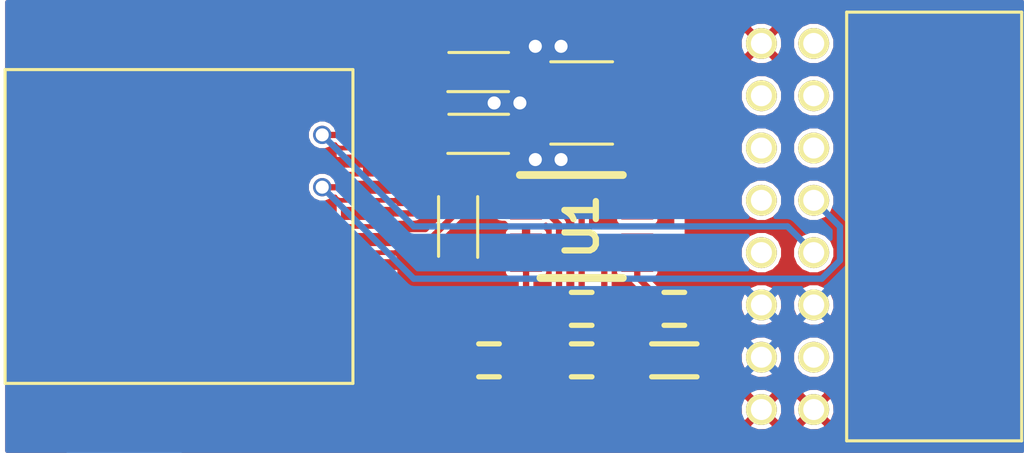
<source format=kicad_pcb>
(kicad_pcb (version 3) (host pcbnew "(2013-07-07 BZR 4022)-stable")

  (general
    (links 32)
    (no_connects 0)
    (area 136.5468 82.903326 186.648201 107.096674)
    (thickness 1.6)
    (drawings 0)
    (tracks 59)
    (zones 0)
    (modules 12)
    (nets 11)
  )

  (page A3)
  (layers
    (15 F.Cu signal)
    (0 B.Cu signal)
    (16 B.Adhes user)
    (17 F.Adhes user)
    (18 B.Paste user)
    (19 F.Paste user)
    (20 B.SilkS user)
    (21 F.SilkS user)
    (22 B.Mask user)
    (23 F.Mask user)
    (24 Dwgs.User user)
    (25 Cmts.User user)
    (26 Eco1.User user)
    (27 Eco2.User user)
    (28 Edge.Cuts user)
  )

  (setup
    (last_trace_width 0.3048)
    (trace_clearance 0.2032)
    (zone_clearance 0.2032)
    (zone_45_only no)
    (trace_min 0.254)
    (segment_width 0.2)
    (edge_width 0.1)
    (via_size 0.889)
    (via_drill 0.635)
    (via_min_size 0.889)
    (via_min_drill 0.508)
    (uvia_size 0.508)
    (uvia_drill 0.127)
    (uvias_allowed no)
    (uvia_min_size 0.508)
    (uvia_min_drill 0.127)
    (pcb_text_width 0.3)
    (pcb_text_size 1.5 1.5)
    (mod_edge_width 0.15)
    (mod_text_size 1 1)
    (mod_text_width 0.15)
    (pad_size 1.5 1.5)
    (pad_drill 0.6)
    (pad_to_mask_clearance 0)
    (aux_axis_origin 0 0)
    (visible_elements FFFFFFBF)
    (pcbplotparams
      (layerselection 3178497)
      (usegerberextensions true)
      (excludeedgelayer true)
      (linewidth 0.150000)
      (plotframeref false)
      (viasonmask false)
      (mode 1)
      (useauxorigin false)
      (hpglpennumber 1)
      (hpglpenspeed 20)
      (hpglpendiameter 15)
      (hpglpenoverlay 2)
      (psnegative false)
      (psa4output false)
      (plotreference true)
      (plotvalue true)
      (plotothertext true)
      (plotinvisibletext false)
      (padsonsilk false)
      (subtractmaskfromsilk false)
      (outputformat 1)
      (mirror false)
      (drillshape 1)
      (scaleselection 1)
      (outputdirectory ""))
  )

  (net 0 "")
  (net 1 +5V)
  (net 2 +BATT)
  (net 3 /Lx)
  (net 4 /RxOut)
  (net 5 /TxIn)
  (net 6 GND)
  (net 7 N-000006)
  (net 8 N-000007)
  (net 9 N-000008)
  (net 10 N-000009)

  (net_class Default "This is the default net class."
    (clearance 0.2032)
    (trace_width 0.3048)
    (via_dia 0.889)
    (via_drill 0.635)
    (uvia_dia 0.508)
    (uvia_drill 0.127)
    (add_net "")
    (add_net +5V)
    (add_net +BATT)
    (add_net /Lx)
    (add_net /RxOut)
    (add_net /TxIn)
    (add_net GND)
    (add_net N-000006)
    (add_net N-000007)
    (add_net N-000008)
    (add_net N-000009)
  )

  (module HDRRA16W60P254_8x2 (layer F.Cu) (tedit 523367C2) (tstamp 52338C49)
    (at 175 95 90)
    (descr "Header, Right angle")
    (path /523388ED)
    (fp_text reference J2 (at 0 5.08 90) (layer F.SilkS) hide
      (effects (font (size 1 1) (thickness 0.15)))
    )
    (fp_text value RFD900 (at 0 7.62 90) (layer F.SilkS) hide
      (effects (font (size 1 1) (thickness 0.15)))
    )
    (fp_line (start 10.41 2.87) (end -10.41 2.87) (layer F.SilkS) (width 0.15))
    (fp_line (start -10.41 2.87) (end -10.41 11.37) (layer F.SilkS) (width 0.15))
    (fp_line (start -10.41 11.37) (end 10.41 11.37) (layer F.SilkS) (width 0.15))
    (fp_line (start 10.41 11.37) (end 10.41 2.87) (layer F.SilkS) (width 0.15))
    (pad 1 thru_hole circle (at -8.89 1.27 90) (size 1.5 1.5) (drill 1.02)
      (layers *.Cu *.Mask F.SilkS)
      (net 6 GND)
    )
    (pad 2 thru_hole circle (at -8.89 -1.27 90) (size 1.5 1.5) (drill 1.02)
      (layers *.Cu *.Mask F.SilkS)
      (net 6 GND)
    )
    (pad 3 thru_hole circle (at -6.35 1.27 90) (size 1.5 1.5) (drill 1.02)
      (layers *.Cu *.Mask F.SilkS)
    )
    (pad 4 thru_hole circle (at -6.35 -1.27 90) (size 1.5 1.5) (drill 1.02)
      (layers *.Cu *.Mask F.SilkS)
      (net 1 +5V)
    )
    (pad 5 thru_hole circle (at -3.81 1.27 90) (size 1.5 1.5) (drill 1.02)
      (layers *.Cu *.Mask F.SilkS)
      (net 1 +5V)
    )
    (pad 6 thru_hole circle (at -3.81 -1.27 90) (size 1.5 1.5) (drill 1.02)
      (layers *.Cu *.Mask F.SilkS)
      (net 1 +5V)
    )
    (pad 7 thru_hole circle (at -1.27 1.27 90) (size 1.5 1.5) (drill 1.02)
      (layers *.Cu *.Mask F.SilkS)
      (net 5 /TxIn)
    )
    (pad 8 thru_hole circle (at -1.27 -1.27 90) (size 1.5 1.5) (drill 1.02)
      (layers *.Cu *.Mask F.SilkS)
    )
    (pad 9 thru_hole circle (at 1.27 1.27 90) (size 1.5 1.5) (drill 1.02)
      (layers *.Cu *.Mask F.SilkS)
      (net 4 /RxOut)
    )
    (pad 10 thru_hole circle (at 1.27 -1.27 90) (size 1.5 1.5) (drill 1.02)
      (layers *.Cu *.Mask F.SilkS)
    )
    (pad 11 thru_hole circle (at 3.81 1.27 90) (size 1.5 1.5) (drill 1.02)
      (layers *.Cu *.Mask F.SilkS)
    )
    (pad 12 thru_hole circle (at 3.81 -1.27 90) (size 1.5 1.5) (drill 1.02)
      (layers *.Cu *.Mask F.SilkS)
    )
    (pad 13 thru_hole circle (at 6.35 1.27 90) (size 1.5 1.5) (drill 1.02)
      (layers *.Cu *.Mask F.SilkS)
    )
    (pad 14 thru_hole circle (at 6.35 -1.27 90) (size 1.5 1.5) (drill 1.02)
      (layers *.Cu *.Mask F.SilkS)
    )
    (pad 15 thru_hole circle (at 8.89 1.27 90) (size 1.5 1.5) (drill 1.02)
      (layers *.Cu *.Mask F.SilkS)
    )
    (pad 16 thru_hole circle (at 8.89 -1.27 90) (size 1.5 1.5) (drill 1.02)
      (layers *.Cu *.Mask F.SilkS)
      (net 6 GND)
    )
  )

  (module CONN-WM6469CT (layer F.Cu) (tedit 522B8F35) (tstamp 52338C5B)
    (at 137 95 270)
    (descr "Conn, RJ45, SMT, Right")
    (tags Conn)
    (path /523386C4)
    (fp_text reference J1 (at 0 -11.43 270) (layer F.SilkS) hide
      (effects (font (size 1 1) (thickness 0.15)))
    )
    (fp_text value HOST (at 0 -12.7 270) (layer F.SilkS) hide
      (effects (font (size 1 1) (thickness 0.15)))
    )
    (fp_line (start -7.62 0) (end -7.62 -16.891) (layer F.SilkS) (width 0.15))
    (fp_line (start -7.62 -16.891) (end 7.62 -16.891) (layer F.SilkS) (width 0.15))
    (fp_line (start 7.62 -16.891) (end 7.62 0) (layer F.SilkS) (width 0.15))
    (fp_line (start 7.62 0) (end -7.62 0) (layer F.SilkS) (width 0.15))
    (pad 1 smd rect (at -4.445 -17.5768 270) (size 0.635 2.54)
      (layers F.Cu F.Paste F.Mask)
      (net 5 /TxIn)
    )
    (pad 2 smd rect (at -3.175 -17.5768 270) (size 0.635 2.54)
      (layers F.Cu F.Paste F.Mask)
      (net 6 GND)
    )
    (pad 3 smd rect (at -1.905 -17.5768 270) (size 0.635 2.54)
      (layers F.Cu F.Paste F.Mask)
      (net 4 /RxOut)
    )
    (pad 4 smd rect (at -0.635 -17.5768 270) (size 0.635 2.54)
      (layers F.Cu F.Paste F.Mask)
      (net 2 +BATT)
    )
    (pad 5 smd rect (at 0.635 -17.5768 270) (size 0.635 2.54)
      (layers F.Cu F.Paste F.Mask)
      (net 2 +BATT)
    )
    (pad 6 smd rect (at 1.905 -17.5768 270) (size 0.635 2.54)
      (layers F.Cu F.Paste F.Mask)
      (net 6 GND)
    )
    (pad 7 smd rect (at 3.175 -17.5768 270) (size 0.635 2.54)
      (layers F.Cu F.Paste F.Mask)
      (net 6 GND)
    )
    (pad 8 smd rect (at 4.445 -17.5768 270) (size 0.635 2.54)
      (layers F.Cu F.Paste F.Mask)
      (net 6 GND)
    )
    (pad "" smd rect (at 8.4455 -5.7785 270) (size 4.5212 5.207)
      (layers F.Cu F.Paste F.Mask)
    )
    (pad "" smd rect (at -8.4455 -5.7785 270) (size 4.5212 5.207)
      (layers F.Cu F.Paste F.Mask)
    )
    (model 3D/Connectors/CONN-WM6469CT.wrl
      (at (xyz 0 0 0))
      (scale (xyz 0.393701 0.393701 0.393701))
      (rotate (xyz 0 0 0))
    )
  )

  (module SOIC127P600-8N (layer F.Cu) (tedit 51F56B2F) (tstamp 52338EA4)
    (at 165 95 270)
    (path /52338EA8)
    (fp_text reference U1 (at 0 0 270) (layer F.SilkS)
      (effects (font (size 1.524 1.524) (thickness 0.3048)))
    )
    (fp_text value AOZ1031 (at 0 5 270) (layer F.SilkS) hide
      (effects (font (size 1.524 1.524) (thickness 0.3048)))
    )
    (fp_line (start 2.5 2) (end 2.5 -2) (layer F.SilkS) (width 0.381))
    (fp_line (start -2.5 -2) (end -2.5 3) (layer F.SilkS) (width 0.381))
    (pad 1 smd rect (at -1.905 2.7 270) (size 0.6 1.55)
      (layers F.Cu F.Paste F.Mask)
      (net 6 GND)
    )
    (pad 2 smd rect (at -0.635 2.7 270) (size 0.6 1.55)
      (layers F.Cu F.Paste F.Mask)
      (net 2 +BATT)
    )
    (pad 3 smd rect (at 0.635 2.7 270) (size 0.6 1.55)
      (layers F.Cu F.Paste F.Mask)
      (net 6 GND)
    )
    (pad 4 smd rect (at 1.905 2.7 270) (size 0.6 1.55)
      (layers F.Cu F.Paste F.Mask)
      (net 10 N-000009)
    )
    (pad 5 smd rect (at 1.905 -2.7 270) (size 0.6 1.55)
      (layers F.Cu F.Paste F.Mask)
      (net 8 N-000007)
    )
    (pad 6 smd rect (at 0.635 -2.7 270) (size 0.6 1.55)
      (layers F.Cu F.Paste F.Mask)
      (net 7 N-000006)
    )
    (pad 7 smd rect (at -0.635 -2.7 270) (size 0.6 1.55)
      (layers F.Cu F.Paste F.Mask)
      (net 3 /Lx)
    )
    (pad 8 smd rect (at -1.905 -2.7 270) (size 0.6 1.55)
      (layers F.Cu F.Paste F.Mask)
      (net 3 /Lx)
    )
    (model 3D/IC/SOIC127P600X175-8.wrl
      (at (xyz 0 0 0))
      (scale (xyz 0.393701 0.393701 0.393701))
      (rotate (xyz 0 0 0))
    )
  )

  (module RESC2012 (layer F.Cu) (tedit 5206BB48) (tstamp 52338EAC)
    (at 165 101.5)
    (path /52338ED0)
    (fp_text reference R2 (at 0 0 90) (layer F.SilkS) hide
      (effects (font (size 1.524 1.524) (thickness 0.3048)))
    )
    (fp_text value R (at 0 2.1) (layer F.SilkS) hide
      (effects (font (size 1.524 1.524) (thickness 0.3048)))
    )
    (fp_line (start -0.5 0.8) (end 0.5 0.8) (layer F.SilkS) (width 0.254))
    (fp_line (start -0.5 -0.8) (end 0.5 -0.8) (layer F.SilkS) (width 0.254))
    (pad 1 smd rect (at -1.1 0) (size 1.2 1.2)
      (layers F.Cu F.Paste F.Mask)
      (net 10 N-000009)
    )
    (pad 2 smd rect (at 1.1 0) (size 1.2 1.2)
      (layers F.Cu F.Paste F.Mask)
      (net 1 +5V)
    )
    (model 3D/Passive/RESC2012.wrl
      (at (xyz 0 0 0))
      (scale (xyz 0.393701 0.393701 0.393701))
      (rotate (xyz 0 0 0))
    )
  )

  (module RESC2012 (layer F.Cu) (tedit 5206BB48) (tstamp 52338EB4)
    (at 160.5 101.5)
    (path /52338EDF)
    (fp_text reference R4 (at 0 0 90) (layer F.SilkS) hide
      (effects (font (size 1.524 1.524) (thickness 0.3048)))
    )
    (fp_text value R (at 0 2.1) (layer F.SilkS) hide
      (effects (font (size 1.524 1.524) (thickness 0.3048)))
    )
    (fp_line (start -0.5 0.8) (end 0.5 0.8) (layer F.SilkS) (width 0.254))
    (fp_line (start -0.5 -0.8) (end 0.5 -0.8) (layer F.SilkS) (width 0.254))
    (pad 1 smd rect (at -1.1 0) (size 1.2 1.2)
      (layers F.Cu F.Paste F.Mask)
      (net 6 GND)
    )
    (pad 2 smd rect (at 1.1 0) (size 1.2 1.2)
      (layers F.Cu F.Paste F.Mask)
      (net 10 N-000009)
    )
    (model 3D/Passive/RESC2012.wrl
      (at (xyz 0 0 0))
      (scale (xyz 0.393701 0.393701 0.393701))
      (rotate (xyz 0 0 0))
    )
  )

  (module RESC2012 (layer F.Cu) (tedit 5206BB48) (tstamp 52338EBC)
    (at 169.5 99 180)
    (path /523397A8)
    (fp_text reference R3 (at 0 0 270) (layer F.SilkS) hide
      (effects (font (size 1.524 1.524) (thickness 0.3048)))
    )
    (fp_text value R (at 0 2.1 180) (layer F.SilkS) hide
      (effects (font (size 1.524 1.524) (thickness 0.3048)))
    )
    (fp_line (start -0.5 0.8) (end 0.5 0.8) (layer F.SilkS) (width 0.254))
    (fp_line (start -0.5 -0.8) (end 0.5 -0.8) (layer F.SilkS) (width 0.254))
    (pad 1 smd rect (at -1.1 0 180) (size 1.2 1.2)
      (layers F.Cu F.Paste F.Mask)
      (net 9 N-000008)
    )
    (pad 2 smd rect (at 1.1 0 180) (size 1.2 1.2)
      (layers F.Cu F.Paste F.Mask)
      (net 8 N-000007)
    )
    (model 3D/Passive/RESC2012.wrl
      (at (xyz 0 0 0))
      (scale (xyz 0.393701 0.393701 0.393701))
      (rotate (xyz 0 0 0))
    )
  )

  (module RESC2012 (layer F.Cu) (tedit 5206BB48) (tstamp 52338EC4)
    (at 165 99)
    (path /523398F1)
    (fp_text reference R1 (at 0 0 90) (layer F.SilkS) hide
      (effects (font (size 1.524 1.524) (thickness 0.3048)))
    )
    (fp_text value 10k (at 0 2.1) (layer F.SilkS) hide
      (effects (font (size 1.524 1.524) (thickness 0.3048)))
    )
    (fp_line (start -0.5 0.8) (end 0.5 0.8) (layer F.SilkS) (width 0.254))
    (fp_line (start -0.5 -0.8) (end 0.5 -0.8) (layer F.SilkS) (width 0.254))
    (pad 1 smd rect (at -1.1 0) (size 1.2 1.2)
      (layers F.Cu F.Paste F.Mask)
      (net 2 +BATT)
    )
    (pad 2 smd rect (at 1.1 0) (size 1.2 1.2)
      (layers F.Cu F.Paste F.Mask)
      (net 7 N-000006)
    )
    (model 3D/Passive/RESC2012.wrl
      (at (xyz 0 0 0))
      (scale (xyz 0.393701 0.393701 0.393701))
      (rotate (xyz 0 0 0))
    )
  )

  (module INDC-SRN4018 (layer F.Cu) (tedit 5228D5FE) (tstamp 52338ECC)
    (at 165 89 180)
    (path /52338EC1)
    (fp_text reference L1 (at 0 0 270) (layer F.SilkS) hide
      (effects (font (size 1 1) (thickness 0.15)))
    )
    (fp_text value L (at 0 0 180) (layer F.SilkS) hide
      (effects (font (size 1 1) (thickness 0.15)))
    )
    (fp_line (start 1.5 2) (end -1.5 2) (layer F.SilkS) (width 0.15))
    (fp_line (start -1.5 -2) (end 1.5 -2) (layer F.SilkS) (width 0.15))
    (pad 1 smd rect (at -1.525 0 180) (size 1.5 3.6)
      (layers F.Cu F.Paste F.Mask)
      (net 3 /Lx)
    )
    (pad 2 smd rect (at 1.525 0 180) (size 1.5 3.6)
      (layers F.Cu F.Paste F.Mask)
      (net 1 +5V)
    )
    (model 3D/Passive/INDC-SRN4018.wrl
      (at (xyz 0 0 0))
      (scale (xyz 0.393701 0.393701 0.393701))
      (rotate (xyz 0 0 0))
    )
  )

  (module CAPC3216 (layer F.Cu) (tedit 5228CBD6) (tstamp 52338ED4)
    (at 160 87.5 180)
    (path /52338F0B)
    (fp_text reference C1 (at 0 0 270) (layer F.SilkS) hide
      (effects (font (size 1 1) (thickness 0.15)))
    )
    (fp_text value 22uF (at 0 1.7 180) (layer F.SilkS) hide
      (effects (font (size 1 1) (thickness 0.15)))
    )
    (fp_line (start -1.45 0.95) (end 1.45 0.95) (layer F.SilkS) (width 0.15))
    (fp_line (start 1.5 -0.95) (end -1.45 -0.95) (layer F.SilkS) (width 0.15))
    (pad 1 smd rect (at -1.45 0 180) (size 0.9 1.6)
      (layers F.Cu F.Paste F.Mask)
      (net 1 +5V)
    )
    (pad 2 smd rect (at 1.45 0 180) (size 0.9 1.6)
      (layers F.Cu F.Paste F.Mask)
      (net 6 GND)
    )
    (model 3D/Passive/CAPC3216.wrl
      (at (xyz 0 0 0))
      (scale (xyz 0.393701 0.393701 0.393701))
      (rotate (xyz 0 0 0))
    )
  )

  (module CAPC3216 (layer F.Cu) (tedit 5228CBD6) (tstamp 52338EDC)
    (at 160 90.5 180)
    (path /523395E6)
    (fp_text reference C2 (at 0 0 270) (layer F.SilkS) hide
      (effects (font (size 1 1) (thickness 0.15)))
    )
    (fp_text value 22uF (at 0 1.7 180) (layer F.SilkS) hide
      (effects (font (size 1 1) (thickness 0.15)))
    )
    (fp_line (start -1.45 0.95) (end 1.45 0.95) (layer F.SilkS) (width 0.15))
    (fp_line (start 1.5 -0.95) (end -1.45 -0.95) (layer F.SilkS) (width 0.15))
    (pad 1 smd rect (at -1.45 0 180) (size 0.9 1.6)
      (layers F.Cu F.Paste F.Mask)
      (net 1 +5V)
    )
    (pad 2 smd rect (at 1.45 0 180) (size 0.9 1.6)
      (layers F.Cu F.Paste F.Mask)
      (net 6 GND)
    )
    (model 3D/Passive/CAPC3216.wrl
      (at (xyz 0 0 0))
      (scale (xyz 0.393701 0.393701 0.393701))
      (rotate (xyz 0 0 0))
    )
  )

  (module CAPC3216 (layer F.Cu) (tedit 5228CBD6) (tstamp 52338EE4)
    (at 159 95 270)
    (path /5233994A)
    (fp_text reference C3 (at 0 0 360) (layer F.SilkS) hide
      (effects (font (size 1 1) (thickness 0.15)))
    )
    (fp_text value 22uF (at 0 1.7 270) (layer F.SilkS) hide
      (effects (font (size 1 1) (thickness 0.15)))
    )
    (fp_line (start -1.45 0.95) (end 1.45 0.95) (layer F.SilkS) (width 0.15))
    (fp_line (start 1.5 -0.95) (end -1.45 -0.95) (layer F.SilkS) (width 0.15))
    (pad 1 smd rect (at -1.45 0 270) (size 0.9 1.6)
      (layers F.Cu F.Paste F.Mask)
      (net 2 +BATT)
    )
    (pad 2 smd rect (at 1.45 0 270) (size 0.9 1.6)
      (layers F.Cu F.Paste F.Mask)
      (net 6 GND)
    )
    (model 3D/Passive/CAPC3216.wrl
      (at (xyz 0 0 0))
      (scale (xyz 0.393701 0.393701 0.393701))
      (rotate (xyz 0 0 0))
    )
  )

  (module CAPC2012 (layer F.Cu) (tedit 5206BB29) (tstamp 52338EEC)
    (at 169.5 101.5 180)
    (descr "Cap 0805e / 2012m")
    (path /523397B7)
    (fp_text reference C4 (at 0 0 270) (layer F.SilkS) hide
      (effects (font (size 1.524 1.524) (thickness 0.3048)))
    )
    (fp_text value C (at 0 2.1 180) (layer F.SilkS) hide
      (effects (font (size 1.524 1.524) (thickness 0.3048)))
    )
    (fp_line (start 1.1 -0.8) (end -1.1 -0.8) (layer F.SilkS) (width 0.254))
    (fp_line (start -1.1 0.8) (end 1.1 0.8) (layer F.SilkS) (width 0.254))
    (pad 1 smd rect (at -1.1 0 180) (size 1.2 1.2)
      (layers F.Cu F.Paste F.Mask)
      (net 9 N-000008)
    )
    (pad 2 smd rect (at 1.1 0 180) (size 1.2 1.2)
      (layers F.Cu F.Paste F.Mask)
      (net 6 GND)
    )
    (model 3D/Passive/CAPC2012.wrl
      (at (xyz 0 0 0))
      (scale (xyz 0.393701 0.393701 0.393701))
      (rotate (xyz 0 0 0))
    )
  )

  (segment (start 163.475 89) (end 163.475 91.225) (width 0.3048) (layer F.Cu) (net 1))
  (via (at 162.75 91.75) (size 0.889) (layers F.Cu B.Cu) (net 1))
  (segment (start 164 91.75) (end 162.75 91.75) (width 0.3048) (layer B.Cu) (net 1) (tstamp 523393EF))
  (via (at 164 91.75) (size 0.889) (layers F.Cu B.Cu) (net 1))
  (segment (start 163.475 91.225) (end 164 91.75) (width 0.3048) (layer F.Cu) (net 1) (tstamp 523393EC))
  (segment (start 163.475 89) (end 163.475 86.775) (width 0.3048) (layer F.Cu) (net 1))
  (via (at 162.75 86.25) (size 0.889) (layers F.Cu B.Cu) (net 1))
  (segment (start 164 86.25) (end 162.75 86.25) (width 0.3048) (layer B.Cu) (net 1) (tstamp 523393E6))
  (via (at 164 86.25) (size 0.889) (layers F.Cu B.Cu) (net 1))
  (segment (start 163.475 86.775) (end 164 86.25) (width 0.3048) (layer F.Cu) (net 1) (tstamp 523393E2))
  (segment (start 163.475 89) (end 162 89) (width 0.3048) (layer F.Cu) (net 1))
  (via (at 160.75 89) (size 0.889) (layers F.Cu B.Cu) (net 1))
  (segment (start 162 89) (end 160.75 89) (width 0.3048) (layer B.Cu) (net 1) (tstamp 52339373))
  (via (at 162 89) (size 0.889) (layers F.Cu B.Cu) (net 1))
  (segment (start 163.475 89) (end 164.75 89) (width 0.3048) (layer F.Cu) (net 1))
  (segment (start 165.25 101.5) (end 166.1 101.5) (width 0.3048) (layer F.Cu) (net 1) (tstamp 52339059))
  (segment (start 165 101.25) (end 165.25 101.5) (width 0.3048) (layer F.Cu) (net 1) (tstamp 52339058))
  (segment (start 165 89.25) (end 165 101.25) (width 0.3048) (layer F.Cu) (net 1) (tstamp 52339057))
  (segment (start 164.75 89) (end 165 89.25) (width 0.3048) (layer F.Cu) (net 1) (tstamp 52339056))
  (segment (start 154.5768 95.635) (end 157.615 95.635) (width 0.3048) (layer F.Cu) (net 2))
  (segment (start 159 94.25) (end 159 93.55) (width 0.3048) (layer F.Cu) (net 2) (tstamp 5233944E))
  (segment (start 157.615 95.635) (end 159 94.25) (width 0.3048) (layer F.Cu) (net 2) (tstamp 52339448))
  (segment (start 154.5768 94.365) (end 156.885 94.365) (width 0.3048) (layer F.Cu) (net 2))
  (segment (start 157.7 93.55) (end 159 93.55) (width 0.3048) (layer F.Cu) (net 2) (tstamp 5233939D))
  (segment (start 156.885 94.365) (end 157.7 93.55) (width 0.3048) (layer F.Cu) (net 2) (tstamp 52339395))
  (segment (start 162.3 94.365) (end 161.115 94.365) (width 0.3048) (layer F.Cu) (net 2))
  (segment (start 160.3 93.55) (end 159 93.55) (width 0.3048) (layer F.Cu) (net 2) (tstamp 5233905F))
  (segment (start 161.115 94.365) (end 160.3 93.55) (width 0.3048) (layer F.Cu) (net 2) (tstamp 5233905E))
  (segment (start 162.3 94.365) (end 163.365 94.365) (width 0.3048) (layer F.Cu) (net 2))
  (segment (start 163.9 94.9) (end 163.9 99) (width 0.3048) (layer F.Cu) (net 2) (tstamp 52339044))
  (segment (start 163.365 94.365) (end 163.9 94.9) (width 0.3048) (layer F.Cu) (net 2) (tstamp 52339043))
  (segment (start 152.4 93.091) (end 156.845 97.536) (width 0.3048) (layer B.Cu) (net 4))
  (segment (start 152.404 93.095) (end 152.4 93.091) (width 0.3048) (layer F.Cu) (net 4) (tstamp 523394EF))
  (via (at 152.4 93.091) (size 0.889) (layers F.Cu B.Cu) (net 4))
  (segment (start 154.5768 93.095) (end 152.404 93.095) (width 0.3048) (layer F.Cu) (net 4))
  (segment (start 177.546 95.006) (end 176.27 93.73) (width 0.3048) (layer B.Cu) (net 4) (tstamp 52339535))
  (segment (start 177.546 96.647) (end 177.546 95.006) (width 0.3048) (layer B.Cu) (net 4) (tstamp 5233952E))
  (segment (start 176.657 97.536) (end 177.546 96.647) (width 0.3048) (layer B.Cu) (net 4) (tstamp 52339522))
  (segment (start 156.845 97.536) (end 176.657 97.536) (width 0.3048) (layer B.Cu) (net 4) (tstamp 5233950F))
  (segment (start 152.4 90.551) (end 156.845 94.996) (width 0.3048) (layer B.Cu) (net 5))
  (segment (start 152.404 90.555) (end 152.4 90.551) (width 0.3048) (layer F.Cu) (net 5) (tstamp 523394F7))
  (via (at 152.4 90.551) (size 0.889) (layers F.Cu B.Cu) (net 5))
  (segment (start 154.5768 90.555) (end 152.404 90.555) (width 0.3048) (layer F.Cu) (net 5))
  (segment (start 174.996 94.996) (end 176.27 96.27) (width 0.3048) (layer B.Cu) (net 5) (tstamp 5233954B))
  (segment (start 156.845 94.996) (end 174.996 94.996) (width 0.3048) (layer B.Cu) (net 5) (tstamp 52339540))
  (segment (start 162.3 95.635) (end 161.115 95.635) (width 0.3048) (layer F.Cu) (net 6))
  (segment (start 160.3 96.45) (end 159 96.45) (width 0.3048) (layer F.Cu) (net 6) (tstamp 52339063))
  (segment (start 161.115 95.635) (end 160.3 96.45) (width 0.3048) (layer F.Cu) (net 6) (tstamp 52339062))
  (segment (start 167.7 95.635) (end 166.365 95.635) (width 0.3048) (layer F.Cu) (net 7))
  (segment (start 166.1 95.9) (end 166.1 99) (width 0.3048) (layer F.Cu) (net 7) (tstamp 52339048))
  (segment (start 166.365 95.635) (end 166.1 95.9) (width 0.3048) (layer F.Cu) (net 7) (tstamp 52339047))
  (segment (start 167.7 96.905) (end 167.7 97.45) (width 0.3048) (layer F.Cu) (net 8))
  (segment (start 168.4 98.15) (end 168.4 99) (width 0.3048) (layer F.Cu) (net 8) (tstamp 52339067))
  (segment (start 167.7 97.45) (end 168.4 98.15) (width 0.3048) (layer F.Cu) (net 8) (tstamp 52339066))
  (segment (start 170.6 99) (end 170.6 101.5) (width 0.3048) (layer F.Cu) (net 9))
  (segment (start 162.3 96.905) (end 162.3 99.95) (width 0.3048) (layer F.Cu) (net 10))
  (segment (start 161.6 100.65) (end 161.6 101.5) (width 0.3048) (layer F.Cu) (net 10) (tstamp 5233906B))
  (segment (start 162.3 99.95) (end 161.6 100.65) (width 0.3048) (layer F.Cu) (net 10) (tstamp 5233906A))
  (segment (start 163.9 101.5) (end 161.6 101.5) (width 0.3048) (layer F.Cu) (net 10))

  (zone (net 3) (net_name /Lx) (layer F.Cu) (tstamp 523390A0) (hatch edge 0.508)
    (connect_pads (clearance 0.2032))
    (min_thickness 0.2032)
    (fill (arc_segments 16) (thermal_gap 0.2032) (thermal_bridge_width 0.4064))
    (polygon
      (pts
        (xy 169.5 95) (xy 165.25 95) (xy 165.25 86) (xy 169.5 86)
      )
    )
    (filled_polygon
      (pts
        (xy 169.3984 94.8984) (xy 168.672682 94.8984) (xy 168.733547 94.837429) (xy 168.779852 94.725362) (xy 168.779852 94.004638)
        (xy 168.779852 93.455362) (xy 168.779852 92.734638) (xy 168.733547 92.622571) (xy 168.647881 92.536755) (xy 168.535895 92.490254)
        (xy 168.414638 92.490148) (xy 167.8778 92.4902) (xy 167.8016 92.5664) (xy 167.8016 92.9934) (xy 168.7036 92.9934)
        (xy 168.7798 92.9172) (xy 168.779852 92.734638) (xy 168.779852 93.455362) (xy 168.7798 93.2728) (xy 168.7036 93.1966)
        (xy 167.8016 93.1966) (xy 167.8016 93.6236) (xy 167.8778 93.6998) (xy 168.414638 93.699852) (xy 168.535895 93.699746)
        (xy 168.647881 93.653245) (xy 168.733547 93.567429) (xy 168.779852 93.455362) (xy 168.779852 94.004638) (xy 168.733547 93.892571)
        (xy 168.647881 93.806755) (xy 168.535895 93.760254) (xy 168.414638 93.760148) (xy 167.8778 93.7602) (xy 167.8016 93.8364)
        (xy 167.8016 94.2634) (xy 168.7036 94.2634) (xy 168.7798 94.1872) (xy 168.779852 94.004638) (xy 168.779852 94.725362)
        (xy 168.7798 94.5428) (xy 168.7036 94.4666) (xy 167.8016 94.4666) (xy 167.8016 94.4866) (xy 167.5984 94.4866)
        (xy 167.5984 94.4666) (xy 167.5984 94.2634) (xy 167.5984 93.8364) (xy 167.5984 93.6236) (xy 167.5984 93.1966)
        (xy 167.5984 92.9934) (xy 167.5984 92.5664) (xy 167.579852 92.547852) (xy 167.579852 90.739638) (xy 167.579852 87.260362)
        (xy 167.579746 87.139105) (xy 167.533245 87.027119) (xy 167.447429 86.941453) (xy 167.335362 86.895148) (xy 166.7028 86.8952)
        (xy 166.6266 86.9714) (xy 166.6266 88.8984) (xy 167.5036 88.8984) (xy 167.5798 88.8222) (xy 167.579852 87.260362)
        (xy 167.579852 90.739638) (xy 167.5798 89.1778) (xy 167.5036 89.1016) (xy 166.6266 89.1016) (xy 166.6266 91.0286)
        (xy 166.7028 91.1048) (xy 167.335362 91.104852) (xy 167.447429 91.058547) (xy 167.533245 90.972881) (xy 167.579746 90.860895)
        (xy 167.579852 90.739638) (xy 167.579852 92.547852) (xy 167.5222 92.4902) (xy 166.985362 92.490148) (xy 166.864105 92.490254)
        (xy 166.752119 92.536755) (xy 166.666453 92.622571) (xy 166.620148 92.734638) (xy 166.6202 92.9172) (xy 166.6964 92.9934)
        (xy 167.5984 92.9934) (xy 167.5984 93.1966) (xy 166.6964 93.1966) (xy 166.6202 93.2728) (xy 166.620148 93.455362)
        (xy 166.666453 93.567429) (xy 166.752119 93.653245) (xy 166.864105 93.699746) (xy 166.985362 93.699852) (xy 167.5222 93.6998)
        (xy 167.5984 93.6236) (xy 167.5984 93.8364) (xy 167.5222 93.7602) (xy 166.985362 93.760148) (xy 166.864105 93.760254)
        (xy 166.752119 93.806755) (xy 166.666453 93.892571) (xy 166.620148 94.004638) (xy 166.6202 94.1872) (xy 166.6964 94.2634)
        (xy 167.5984 94.2634) (xy 167.5984 94.4666) (xy 166.6964 94.4666) (xy 166.6202 94.5428) (xy 166.620148 94.725362)
        (xy 166.666453 94.837429) (xy 166.727317 94.8984) (xy 166.4234 94.8984) (xy 166.4234 91.0286) (xy 166.4234 89.1016)
        (xy 166.4234 88.8984) (xy 166.4234 86.9714) (xy 166.3472 86.8952) (xy 165.714638 86.895148) (xy 165.602571 86.941453)
        (xy 165.516755 87.027119) (xy 165.470254 87.139105) (xy 165.470148 87.260362) (xy 165.4702 88.8222) (xy 165.5464 88.8984)
        (xy 166.4234 88.8984) (xy 166.4234 89.1016) (xy 165.5464 89.1016) (xy 165.4702 89.1778) (xy 165.470148 90.739638)
        (xy 165.470254 90.860895) (xy 165.516755 90.972881) (xy 165.602571 91.058547) (xy 165.714638 91.104852) (xy 166.3472 91.1048)
        (xy 166.4234 91.0286) (xy 166.4234 94.8984) (xy 165.4572 94.8984) (xy 165.4572 89.25) (xy 165.422398 89.075037)
        (xy 165.3516 88.969081) (xy 165.3516 86.1016) (xy 169.3984 86.1016) (xy 169.3984 94.8984)
      )
    )
  )
  (zone (net 1) (net_name +5V) (layer F.Cu) (tstamp 523390AD) (hatch edge 0.508)
    (connect_pads (clearance 0.2032))
    (min_thickness 0.2032)
    (fill (arc_segments 16) (thermal_gap 0.2032) (thermal_bridge_width 0.4064))
    (polygon
      (pts
        (xy 164.75 92) (xy 160 92) (xy 160 86) (xy 164.75 86)
      )
    )
    (filled_polygon
      (pts
        (xy 164.6484 91.8984) (xy 164.529852 91.8984) (xy 164.529852 90.739638) (xy 164.529852 87.260362) (xy 164.529746 87.139105)
        (xy 164.483245 87.027119) (xy 164.397429 86.941453) (xy 164.285362 86.895148) (xy 163.6528 86.8952) (xy 163.5766 86.9714)
        (xy 163.5766 88.8984) (xy 164.4536 88.8984) (xy 164.5298 88.8222) (xy 164.529852 87.260362) (xy 164.529852 90.739638)
        (xy 164.5298 89.1778) (xy 164.4536 89.1016) (xy 163.5766 89.1016) (xy 163.5766 91.0286) (xy 163.6528 91.1048)
        (xy 164.285362 91.104852) (xy 164.397429 91.058547) (xy 164.483245 90.972881) (xy 164.529746 90.860895) (xy 164.529852 90.739638)
        (xy 164.529852 91.8984) (xy 163.3734 91.8984) (xy 163.3734 91.0286) (xy 163.3734 89.1016) (xy 163.3734 88.8984)
        (xy 163.3734 86.9714) (xy 163.2972 86.8952) (xy 162.664638 86.895148) (xy 162.552571 86.941453) (xy 162.466755 87.027119)
        (xy 162.420254 87.139105) (xy 162.420148 87.260362) (xy 162.4202 88.8222) (xy 162.4964 88.8984) (xy 163.3734 88.8984)
        (xy 163.3734 89.1016) (xy 162.4964 89.1016) (xy 162.4202 89.1778) (xy 162.420148 90.739638) (xy 162.420254 90.860895)
        (xy 162.466755 90.972881) (xy 162.552571 91.058547) (xy 162.664638 91.104852) (xy 163.2972 91.1048) (xy 163.3734 91.0286)
        (xy 163.3734 91.8984) (xy 162.204852 91.8984) (xy 162.204852 91.239638) (xy 162.204852 89.760362) (xy 162.204852 88.239638)
        (xy 162.204852 86.760362) (xy 162.204746 86.639105) (xy 162.158245 86.527119) (xy 162.072429 86.441453) (xy 161.960362 86.395148)
        (xy 161.6278 86.3952) (xy 161.5516 86.4714) (xy 161.5516 87.3984) (xy 162.1286 87.3984) (xy 162.2048 87.3222)
        (xy 162.204852 86.760362) (xy 162.204852 88.239638) (xy 162.2048 87.6778) (xy 162.1286 87.6016) (xy 161.5516 87.6016)
        (xy 161.5516 88.5286) (xy 161.6278 88.6048) (xy 161.960362 88.604852) (xy 162.072429 88.558547) (xy 162.158245 88.472881)
        (xy 162.204746 88.360895) (xy 162.204852 88.239638) (xy 162.204852 89.760362) (xy 162.204746 89.639105) (xy 162.158245 89.527119)
        (xy 162.072429 89.441453) (xy 161.960362 89.395148) (xy 161.6278 89.3952) (xy 161.5516 89.4714) (xy 161.5516 90.3984)
        (xy 162.1286 90.3984) (xy 162.2048 90.3222) (xy 162.204852 89.760362) (xy 162.204852 91.239638) (xy 162.2048 90.6778)
        (xy 162.1286 90.6016) (xy 161.5516 90.6016) (xy 161.5516 91.5286) (xy 161.6278 91.6048) (xy 161.960362 91.604852)
        (xy 162.072429 91.558547) (xy 162.158245 91.472881) (xy 162.204746 91.360895) (xy 162.204852 91.239638) (xy 162.204852 91.8984)
        (xy 161.3484 91.8984) (xy 161.3484 91.5286) (xy 161.3484 90.6016) (xy 161.3484 90.3984) (xy 161.3484 89.4714)
        (xy 161.3484 88.5286) (xy 161.3484 87.6016) (xy 161.3484 87.3984) (xy 161.3484 86.4714) (xy 161.2722 86.3952)
        (xy 160.939638 86.395148) (xy 160.827571 86.441453) (xy 160.741755 86.527119) (xy 160.695254 86.639105) (xy 160.695148 86.760362)
        (xy 160.6952 87.3222) (xy 160.7714 87.3984) (xy 161.3484 87.3984) (xy 161.3484 87.6016) (xy 160.7714 87.6016)
        (xy 160.6952 87.6778) (xy 160.695148 88.239638) (xy 160.695254 88.360895) (xy 160.741755 88.472881) (xy 160.827571 88.558547)
        (xy 160.939638 88.604852) (xy 161.2722 88.6048) (xy 161.3484 88.5286) (xy 161.3484 89.4714) (xy 161.2722 89.3952)
        (xy 160.939638 89.395148) (xy 160.827571 89.441453) (xy 160.741755 89.527119) (xy 160.695254 89.639105) (xy 160.695148 89.760362)
        (xy 160.6952 90.3222) (xy 160.7714 90.3984) (xy 161.3484 90.3984) (xy 161.3484 90.6016) (xy 160.7714 90.6016)
        (xy 160.6952 90.6778) (xy 160.695148 91.239638) (xy 160.695254 91.360895) (xy 160.741755 91.472881) (xy 160.827571 91.558547)
        (xy 160.939638 91.604852) (xy 161.2722 91.6048) (xy 161.3484 91.5286) (xy 161.3484 91.8984) (xy 160.1016 91.8984)
        (xy 160.1016 86.1016) (xy 164.6484 86.1016) (xy 164.6484 91.8984)
      )
    )
  )
  (zone (net 6) (net_name GND) (layer F.Cu) (tstamp 52339285) (hatch edge 0.508)
    (connect_pads (clearance 0.2032))
    (min_thickness 0.2032)
    (fill (arc_segments 16) (thermal_gap 0.2032) (thermal_bridge_width 0.4064))
    (polygon
      (pts
        (xy 186.5 106) (xy 137 106) (xy 137 84) (xy 186.5 84)
      )
    )
    (polygon
      (pts        (xy 170 95.5) (xy 170 85.5) (xy 159.5 85.5) (xy 159.5 92.5) (xy 165 92.5)
        (xy 165 95.5)
      )
    )
    (filled_polygon
      (pts
        (xy 186.3984 105.8984) (xy 177.33479 105.8984) (xy 177.33479 104.041147) (xy 177.324982 103.864102) (xy 177.324982 101.141108)
        (xy 177.324982 98.601108) (xy 177.324982 96.061108) (xy 177.324982 93.521108) (xy 177.324982 90.981108) (xy 177.324982 88.441108)
        (xy 177.324982 85.901108) (xy 177.164737 85.513285) (xy 176.868276 85.216306) (xy 176.480733 85.055384) (xy 176.061108 85.055018)
        (xy 175.673285 85.215263) (xy 175.376306 85.511724) (xy 175.215384 85.899267) (xy 175.215018 86.318892) (xy 175.375263 86.706715)
        (xy 175.671724 87.003694) (xy 176.059267 87.164616) (xy 176.478892 87.164982) (xy 176.866715 87.004737) (xy 177.163694 86.708276)
        (xy 177.324616 86.320733) (xy 177.324982 85.901108) (xy 177.324982 88.441108) (xy 177.164737 88.053285) (xy 176.868276 87.756306)
        (xy 176.480733 87.595384) (xy 176.061108 87.595018) (xy 175.673285 87.755263) (xy 175.376306 88.051724) (xy 175.215384 88.439267)
        (xy 175.215018 88.858892) (xy 175.375263 89.246715) (xy 175.671724 89.543694) (xy 176.059267 89.704616) (xy 176.478892 89.704982)
        (xy 176.866715 89.544737) (xy 177.163694 89.248276) (xy 177.324616 88.860733) (xy 177.324982 88.441108) (xy 177.324982 90.981108)
        (xy 177.164737 90.593285) (xy 176.868276 90.296306) (xy 176.480733 90.135384) (xy 176.061108 90.135018) (xy 175.673285 90.295263)
        (xy 175.376306 90.591724) (xy 175.215384 90.979267) (xy 175.215018 91.398892) (xy 175.375263 91.786715) (xy 175.671724 92.083694)
        (xy 176.059267 92.244616) (xy 176.478892 92.244982) (xy 176.866715 92.084737) (xy 177.163694 91.788276) (xy 177.324616 91.400733)
        (xy 177.324982 90.981108) (xy 177.324982 93.521108) (xy 177.164737 93.133285) (xy 176.868276 92.836306) (xy 176.480733 92.675384)
        (xy 176.061108 92.675018) (xy 175.673285 92.835263) (xy 175.376306 93.131724) (xy 175.215384 93.519267) (xy 175.215018 93.938892)
        (xy 175.375263 94.326715) (xy 175.671724 94.623694) (xy 176.059267 94.784616) (xy 176.478892 94.784982) (xy 176.866715 94.624737)
        (xy 177.163694 94.328276) (xy 177.324616 93.940733) (xy 177.324982 93.521108) (xy 177.324982 96.061108) (xy 177.164737 95.673285)
        (xy 176.868276 95.376306) (xy 176.480733 95.215384) (xy 176.061108 95.215018) (xy 175.673285 95.375263) (xy 175.376306 95.671724)
        (xy 175.215384 96.059267) (xy 175.215018 96.478892) (xy 175.375263 96.866715) (xy 175.671724 97.163694) (xy 176.059267 97.324616)
        (xy 176.478892 97.324982) (xy 176.866715 97.164737) (xy 177.163694 96.868276) (xy 177.324616 96.480733) (xy 177.324982 96.061108)
        (xy 177.324982 98.601108) (xy 177.164737 98.213285) (xy 176.868276 97.916306) (xy 176.480733 97.755384) (xy 176.061108 97.755018)
        (xy 175.673285 97.915263) (xy 175.376306 98.211724) (xy 175.215384 98.599267) (xy 175.215018 99.018892) (xy 175.375263 99.406715)
        (xy 175.671724 99.703694) (xy 176.059267 99.864616) (xy 176.478892 99.864982) (xy 176.866715 99.704737) (xy 177.163694 99.408276)
        (xy 177.324616 99.020733) (xy 177.324982 98.601108) (xy 177.324982 101.141108) (xy 177.164737 100.753285) (xy 176.868276 100.456306)
        (xy 176.480733 100.295384) (xy 176.061108 100.295018) (xy 175.673285 100.455263) (xy 175.376306 100.751724) (xy 175.215384 101.139267)
        (xy 175.215018 101.558892) (xy 175.375263 101.946715) (xy 175.671724 102.243694) (xy 176.059267 102.404616) (xy 176.478892 102.404982)
        (xy 176.866715 102.244737) (xy 177.163694 101.948276) (xy 177.324616 101.560733) (xy 177.324982 101.141108) (xy 177.324982 103.864102)
        (xy 177.311579 103.622164) (xy 177.195896 103.342881) (xy 177.044766 103.258918) (xy 176.901082 103.402602) (xy 176.901082 103.115234)
        (xy 176.817119 102.964104) (xy 176.421147 102.82521) (xy 176.002164 102.848421) (xy 175.722881 102.964104) (xy 175.638918 103.115234)
        (xy 176.27 103.746316) (xy 176.901082 103.115234) (xy 176.901082 103.402602) (xy 176.413684 103.89) (xy 177.044766 104.521082)
        (xy 177.195896 104.437119) (xy 177.33479 104.041147) (xy 177.33479 105.8984) (xy 176.901082 105.8984) (xy 176.901082 104.664766)
        (xy 176.27 104.033684) (xy 176.126316 104.177368) (xy 176.126316 103.89) (xy 175.495234 103.258918) (xy 175.344104 103.342881)
        (xy 175.20521 103.738853) (xy 175.228421 104.157836) (xy 175.344104 104.437119) (xy 175.495234 104.521082) (xy 176.126316 103.89)
        (xy 176.126316 104.177368) (xy 175.638918 104.664766) (xy 175.722881 104.815896) (xy 176.118853 104.95479) (xy 176.537836 104.931579)
        (xy 176.817119 104.815896) (xy 176.901082 104.664766) (xy 176.901082 105.8984) (xy 174.79479 105.8984) (xy 174.79479 104.041147)
        (xy 174.79479 86.261147) (xy 174.771579 85.842164) (xy 174.655896 85.562881) (xy 174.504766 85.478918) (xy 174.361082 85.622602)
        (xy 174.361082 85.335234) (xy 174.277119 85.184104) (xy 173.881147 85.04521) (xy 173.462164 85.068421) (xy 173.182881 85.184104)
        (xy 173.098918 85.335234) (xy 173.73 85.966316) (xy 174.361082 85.335234) (xy 174.361082 85.622602) (xy 173.873684 86.11)
        (xy 174.504766 86.741082) (xy 174.655896 86.657119) (xy 174.79479 86.261147) (xy 174.79479 104.041147) (xy 174.784982 103.864102)
        (xy 174.784982 101.141108) (xy 174.784982 98.601108) (xy 174.784982 96.061108) (xy 174.784982 93.521108) (xy 174.784982 90.981108)
        (xy 174.784982 88.441108) (xy 174.624737 88.053285) (xy 174.361082 87.789169) (xy 174.361082 86.884766) (xy 173.73 86.253684)
        (xy 173.586316 86.397368) (xy 173.586316 86.11) (xy 172.955234 85.478918) (xy 172.804104 85.562881) (xy 172.66521 85.958853)
        (xy 172.688421 86.377836) (xy 172.804104 86.657119) (xy 172.955234 86.741082) (xy 173.586316 86.11) (xy 173.586316 86.397368)
        (xy 173.098918 86.884766) (xy 173.182881 87.035896) (xy 173.578853 87.17479) (xy 173.997836 87.151579) (xy 174.277119 87.035896)
        (xy 174.361082 86.884766) (xy 174.361082 87.789169) (xy 174.328276 87.756306) (xy 173.940733 87.595384) (xy 173.521108 87.595018)
        (xy 173.133285 87.755263) (xy 172.836306 88.051724) (xy 172.675384 88.439267) (xy 172.675018 88.858892) (xy 172.835263 89.246715)
        (xy 173.131724 89.543694) (xy 173.519267 89.704616) (xy 173.938892 89.704982) (xy 174.326715 89.544737) (xy 174.623694 89.248276)
        (xy 174.784616 88.860733) (xy 174.784982 88.441108) (xy 174.784982 90.981108) (xy 174.624737 90.593285) (xy 174.328276 90.296306)
        (xy 173.940733 90.135384) (xy 173.521108 90.135018) (xy 173.133285 90.295263) (xy 172.836306 90.591724) (xy 172.675384 90.979267)
        (xy 172.675018 91.398892) (xy 172.835263 91.786715) (xy 173.131724 92.083694) (xy 173.519267 92.244616) (xy 173.938892 92.244982)
        (xy 174.326715 92.084737) (xy 174.623694 91.788276) (xy 174.784616 91.400733) (xy 174.784982 90.981108) (xy 174.784982 93.521108)
        (xy 174.624737 93.133285) (xy 174.328276 92.836306) (xy 173.940733 92.675384) (xy 173.521108 92.675018) (xy 173.133285 92.835263)
        (xy 172.836306 93.131724) (xy 172.675384 93.519267) (xy 172.675018 93.938892) (xy 172.835263 94.326715) (xy 173.131724 94.623694)
        (xy 173.519267 94.784616) (xy 173.938892 94.784982) (xy 174.326715 94.624737) (xy 174.623694 94.328276) (xy 174.784616 93.940733)
        (xy 174.784982 93.521108) (xy 174.784982 96.061108) (xy 174.624737 95.673285) (xy 174.328276 95.376306) (xy 173.940733 95.215384)
        (xy 173.521108 95.215018) (xy 173.133285 95.375263) (xy 172.836306 95.671724) (xy 172.675384 96.059267) (xy 172.675018 96.478892)
        (xy 172.835263 96.866715) (xy 173.131724 97.163694) (xy 173.519267 97.324616) (xy 173.938892 97.324982) (xy 174.326715 97.164737)
        (xy 174.623694 96.868276) (xy 174.784616 96.480733) (xy 174.784982 96.061108) (xy 174.784982 98.601108) (xy 174.624737 98.213285)
        (xy 174.328276 97.916306) (xy 173.940733 97.755384) (xy 173.521108 97.755018) (xy 173.133285 97.915263) (xy 172.836306 98.211724)
        (xy 172.675384 98.599267) (xy 172.675018 99.018892) (xy 172.835263 99.406715) (xy 173.131724 99.703694) (xy 173.519267 99.864616)
        (xy 173.938892 99.864982) (xy 174.326715 99.704737) (xy 174.623694 99.408276) (xy 174.784616 99.020733) (xy 174.784982 98.601108)
        (xy 174.784982 101.141108) (xy 174.624737 100.753285) (xy 174.328276 100.456306) (xy 173.940733 100.295384) (xy 173.521108 100.295018)
        (xy 173.133285 100.455263) (xy 172.836306 100.751724) (xy 172.675384 101.139267) (xy 172.675018 101.558892) (xy 172.835263 101.946715)
        (xy 173.131724 102.243694) (xy 173.519267 102.404616) (xy 173.938892 102.404982) (xy 174.326715 102.244737) (xy 174.623694 101.948276)
        (xy 174.784616 101.560733) (xy 174.784982 101.141108) (xy 174.784982 103.864102) (xy 174.771579 103.622164) (xy 174.655896 103.342881)
        (xy 174.504766 103.258918) (xy 174.361082 103.402602) (xy 174.361082 103.115234) (xy 174.277119 102.964104) (xy 173.881147 102.82521)
        (xy 173.462164 102.848421) (xy 173.182881 102.964104) (xy 173.098918 103.115234) (xy 173.73 103.746316) (xy 174.361082 103.115234)
        (xy 174.361082 103.402602) (xy 173.873684 103.89) (xy 174.504766 104.521082) (xy 174.655896 104.437119) (xy 174.79479 104.041147)
        (xy 174.79479 105.8984) (xy 174.361082 105.8984) (xy 174.361082 104.664766) (xy 173.73 104.033684) (xy 173.586316 104.177368)
        (xy 173.586316 103.89) (xy 172.955234 103.258918) (xy 172.804104 103.342881) (xy 172.66521 103.738853) (xy 172.688421 104.157836)
        (xy 172.804104 104.437119) (xy 172.955234 104.521082) (xy 173.586316 103.89) (xy 173.586316 104.177368) (xy 173.098918 104.664766)
        (xy 173.182881 104.815896) (xy 173.578853 104.95479) (xy 173.997836 104.931579) (xy 174.277119 104.815896) (xy 174.361082 104.664766)
        (xy 174.361082 105.8984) (xy 171.504852 105.8984) (xy 171.504852 102.039638) (xy 171.504852 100.839638) (xy 171.458547 100.727571)
        (xy 171.372881 100.641755) (xy 171.260895 100.595254) (xy 171.139638 100.595148) (xy 171.0572 100.595148) (xy 171.0572 99.904852)
        (xy 171.260362 99.904852) (xy 171.372429 99.858547) (xy 171.458245 99.772881) (xy 171.504746 99.660895) (xy 171.504852 99.539638)
        (xy 171.504852 98.339638) (xy 171.458547 98.227571) (xy 171.372881 98.141755) (xy 171.260895 98.095254) (xy 171.139638 98.095148)
        (xy 170.1016 98.095148) (xy 170.1016 95.6016) (xy 170.1016 85.3984) (xy 159.3984 85.3984) (xy 159.3984 92.6016)
        (xy 161.287387 92.6016) (xy 161.266453 92.622571) (xy 161.220148 92.734638) (xy 161.2202 92.9172) (xy 161.2964 92.9934)
        (xy 162.1984 92.9934) (xy 162.1984 92.9734) (xy 162.4016 92.9734) (xy 162.4016 92.9934) (xy 163.3036 92.9934)
        (xy 163.3798 92.9172) (xy 163.379852 92.734638) (xy 163.333547 92.622571) (xy 163.312612 92.6016) (xy 164.5428 92.6016)
        (xy 164.5428 98.095238) (xy 164.439638 98.095148) (xy 164.3572 98.095148) (xy 164.3572 94.9) (xy 164.322398 94.725037)
        (xy 164.223289 94.576711) (xy 163.688289 94.041711) (xy 163.539963 93.942602) (xy 163.379852 93.910754) (xy 163.379852 93.455362)
        (xy 163.3798 93.2728) (xy 163.3036 93.1966) (xy 162.4016 93.1966) (xy 162.4016 93.6236) (xy 162.4778 93.6998)
        (xy 163.014638 93.699852) (xy 163.135895 93.699746) (xy 163.247881 93.653245) (xy 163.333547 93.567429) (xy 163.379852 93.455362)
        (xy 163.379852 93.910754) (xy 163.365 93.9078) (xy 163.339839 93.9078) (xy 163.333547 93.892571) (xy 163.247881 93.806755)
        (xy 163.135895 93.760254) (xy 163.014638 93.760148) (xy 162.1984 93.760148) (xy 162.1984 93.6236) (xy 162.1984 93.1966)
        (xy 161.2964 93.1966) (xy 161.2202 93.2728) (xy 161.220148 93.455362) (xy 161.266453 93.567429) (xy 161.352119 93.653245)
        (xy 161.464105 93.699746) (xy 161.585362 93.699852) (xy 162.1222 93.6998) (xy 162.1984 93.6236) (xy 162.1984 93.760148)
        (xy 161.464638 93.760148) (xy 161.352571 93.806453) (xy 161.277735 93.881157) (xy 160.623289 93.226711) (xy 160.474963 93.127602)
        (xy 160.3 93.0928) (xy 160.104852 93.0928) (xy 160.104852 93.039638) (xy 160.058547 92.927571) (xy 159.972881 92.841755)
        (xy 159.860895 92.795254) (xy 159.739638 92.795148) (xy 159.304852 92.795148) (xy 159.304852 91.239638) (xy 159.304852 89.760362)
        (xy 159.304852 88.239638) (xy 159.304852 86.760362) (xy 159.304746 86.639105) (xy 159.258245 86.527119) (xy 159.172429 86.441453)
        (xy 159.060362 86.395148) (xy 158.7278 86.3952) (xy 158.6516 86.4714) (xy 158.6516 87.3984) (xy 159.2286 87.3984)
        (xy 159.3048 87.3222) (xy 159.304852 86.760362) (xy 159.304852 88.239638) (xy 159.3048 87.6778) (xy 159.2286 87.6016)
        (xy 158.6516 87.6016) (xy 158.6516 88.5286) (xy 158.7278 88.6048) (xy 159.060362 88.604852) (xy 159.172429 88.558547)
        (xy 159.258245 88.472881) (xy 159.304746 88.360895) (xy 159.304852 88.239638) (xy 159.304852 89.760362) (xy 159.304746 89.639105)
        (xy 159.258245 89.527119) (xy 159.172429 89.441453) (xy 159.060362 89.395148) (xy 158.7278 89.3952) (xy 158.6516 89.4714)
        (xy 158.6516 90.3984) (xy 159.2286 90.3984) (xy 159.3048 90.3222) (xy 159.304852 89.760362) (xy 159.304852 91.239638)
        (xy 159.3048 90.6778) (xy 159.2286 90.6016) (xy 158.6516 90.6016) (xy 158.6516 91.5286) (xy 158.7278 91.6048)
        (xy 159.060362 91.604852) (xy 159.172429 91.558547) (xy 159.258245 91.472881) (xy 159.304746 91.360895) (xy 159.304852 91.239638)
        (xy 159.304852 92.795148) (xy 158.4484 92.795148) (xy 158.4484 91.5286) (xy 158.4484 90.6016) (xy 158.4484 90.3984)
        (xy 158.4484 89.4714) (xy 158.4484 88.5286) (xy 158.4484 87.6016) (xy 158.4484 87.3984) (xy 158.4484 86.4714)
        (xy 158.3722 86.3952) (xy 158.039638 86.395148) (xy 157.927571 86.441453) (xy 157.841755 86.527119) (xy 157.795254 86.639105)
        (xy 157.795148 86.760362) (xy 157.7952 87.3222) (xy 157.8714 87.3984) (xy 158.4484 87.3984) (xy 158.4484 87.6016)
        (xy 157.8714 87.6016) (xy 157.7952 87.6778) (xy 157.795148 88.239638) (xy 157.795254 88.360895) (xy 157.841755 88.472881)
        (xy 157.927571 88.558547) (xy 158.039638 88.604852) (xy 158.3722 88.6048) (xy 158.4484 88.5286) (xy 158.4484 89.4714)
        (xy 158.3722 89.3952) (xy 158.039638 89.395148) (xy 157.927571 89.441453) (xy 157.841755 89.527119) (xy 157.795254 89.639105)
        (xy 157.795148 89.760362) (xy 157.7952 90.3222) (xy 157.8714 90.3984) (xy 158.4484 90.3984) (xy 158.4484 90.6016)
        (xy 157.8714 90.6016) (xy 157.7952 90.6778) (xy 157.795148 91.239638) (xy 157.795254 91.360895) (xy 157.841755 91.472881)
        (xy 157.927571 91.558547) (xy 158.039638 91.604852) (xy 158.3722 91.6048) (xy 158.4484 91.5286) (xy 158.4484 92.795148)
        (xy 158.139638 92.795148) (xy 158.027571 92.841453) (xy 157.941755 92.927119) (xy 157.895254 93.039105) (xy 157.895207 93.0928)
        (xy 157.7 93.0928) (xy 157.525037 93.127602) (xy 157.376711 93.226711) (xy 156.695622 93.9078) (xy 156.151652 93.9078)
        (xy 156.151652 93.352138) (xy 156.151652 92.717138) (xy 156.151652 92.202862) (xy 156.151652 91.447138) (xy 156.151652 90.812138)
        (xy 156.151652 90.177138) (xy 156.105347 90.065071) (xy 156.019681 89.979255) (xy 155.907695 89.932754) (xy 155.786438 89.932648)
        (xy 153.246438 89.932648) (xy 153.134371 89.978953) (xy 153.048555 90.064619) (xy 153.034776 90.0978) (xy 153.006337 90.0978)
        (xy 152.824999 89.916144) (xy 152.549699 89.80183) (xy 152.251609 89.80157) (xy 151.97611 89.915404) (xy 151.765144 90.126001)
        (xy 151.65083 90.401301) (xy 151.65057 90.699391) (xy 151.764404 90.97489) (xy 151.975001 91.185856) (xy 152.250301 91.30017)
        (xy 152.548391 91.30043) (xy 152.82389 91.186596) (xy 152.998591 91.0122) (xy 153.034729 91.0122) (xy 153.048253 91.044929)
        (xy 153.133919 91.130745) (xy 153.245905 91.177246) (xy 153.367162 91.177352) (xy 155.907162 91.177352) (xy 156.019229 91.131047)
        (xy 156.105045 91.045381) (xy 156.151546 90.933395) (xy 156.151652 90.812138) (xy 156.151652 91.447138) (xy 156.105347 91.335071)
        (xy 156.019681 91.249255) (xy 155.907695 91.202754) (xy 155.786438 91.202648) (xy 154.7546 91.2027) (xy 154.6784 91.2789)
        (xy 154.6784 91.7234) (xy 156.0754 91.7234) (xy 156.1516 91.6472) (xy 156.151652 91.447138) (xy 156.151652 92.202862)
        (xy 156.1516 92.0028) (xy 156.0754 91.9266) (xy 154.6784 91.9266) (xy 154.6784 92.3711) (xy 154.7546 92.4473)
        (xy 155.786438 92.447352) (xy 155.907695 92.447246) (xy 156.019681 92.400745) (xy 156.105347 92.314929) (xy 156.151652 92.202862)
        (xy 156.151652 92.717138) (xy 156.105347 92.605071) (xy 156.019681 92.519255) (xy 155.907695 92.472754) (xy 155.786438 92.472648)
        (xy 154.4752 92.472648) (xy 154.4752 92.3711) (xy 154.4752 91.9266) (xy 154.4752 91.7234) (xy 154.4752 91.2789)
        (xy 154.399 91.2027) (xy 153.367162 91.202648) (xy 153.245905 91.202754) (xy 153.133919 91.249255) (xy 153.048253 91.335071)
        (xy 153.001948 91.447138) (xy 153.002 91.6472) (xy 153.0782 91.7234) (xy 154.4752 91.7234) (xy 154.4752 91.9266)
        (xy 153.0782 91.9266) (xy 153.002 92.0028) (xy 153.001948 92.202862) (xy 153.048253 92.314929) (xy 153.133919 92.400745)
        (xy 153.245905 92.447246) (xy 153.367162 92.447352) (xy 154.399 92.4473) (xy 154.4752 92.3711) (xy 154.4752 92.472648)
        (xy 153.246438 92.472648) (xy 153.134371 92.518953) (xy 153.048555 92.604619) (xy 153.034776 92.6378) (xy 153.006337 92.6378)
        (xy 152.824999 92.456144) (xy 152.549699 92.34183) (xy 152.251609 92.34157) (xy 151.97611 92.455404) (xy 151.765144 92.666001)
        (xy 151.65083 92.941301) (xy 151.65057 93.239391) (xy 151.764404 93.51489) (xy 151.975001 93.725856) (xy 152.250301 93.84017)
        (xy 152.548391 93.84043) (xy 152.82389 93.726596) (xy 152.998591 93.5522) (xy 153.034729 93.5522) (xy 153.048253 93.584929)
        (xy 153.133919 93.670745) (xy 153.245905 93.717246) (xy 153.367162 93.717352) (xy 155.907162 93.717352) (xy 156.019229 93.671047)
        (xy 156.105045 93.585381) (xy 156.151546 93.473395) (xy 156.151652 93.352138) (xy 156.151652 93.9078) (xy 156.11887 93.9078)
        (xy 156.105347 93.875071) (xy 156.019681 93.789255) (xy 155.907695 93.742754) (xy 155.786438 93.742648) (xy 153.246438 93.742648)
        (xy 153.134371 93.788953) (xy 153.048555 93.874619) (xy 153.002054 93.986605) (xy 153.001948 94.107862) (xy 153.001948 94.742862)
        (xy 153.048253 94.854929) (xy 153.133919 94.940745) (xy 153.245905 94.987246) (xy 153.367162 94.987352) (xy 155.907162 94.987352)
        (xy 156.019229 94.941047) (xy 156.105045 94.855381) (xy 156.118823 94.8222) (xy 156.885 94.8222) (xy 157.059963 94.787398)
        (xy 157.208289 94.688289) (xy 157.889378 94.0072) (xy 157.895148 94.0072) (xy 157.895148 94.060362) (xy 157.941453 94.172429)
        (xy 158.027119 94.258245) (xy 158.139105 94.304746) (xy 158.260362 94.304852) (xy 158.298569 94.304852) (xy 157.425621 95.1778)
        (xy 156.11887 95.1778) (xy 156.105347 95.145071) (xy 156.019681 95.059255) (xy 155.907695 95.012754) (xy 155.786438 95.012648)
        (xy 153.246438 95.012648) (xy 153.134371 95.058953) (xy 153.048555 95.144619) (xy 153.002054 95.256605) (xy 153.001948 95.377862)
        (xy 153.001948 96.012862) (xy 153.048253 96.124929) (xy 153.133919 96.210745) (xy 153.245905 96.257246) (xy 153.367162 96.257352)
        (xy 155.907162 96.257352) (xy 156.019229 96.211047) (xy 156.105045 96.125381) (xy 156.118823 96.0922) (xy 157.615 96.0922)
        (xy 157.789963 96.057398) (xy 157.895155 95.98711) (xy 157.8952 96.2722) (xy 157.9714 96.3484) (xy 158.8984 96.3484)
        (xy 158.8984 95.7714) (xy 158.8222 95.6952) (xy 158.260362 95.695148) (xy 158.201378 95.695199) (xy 159.323289 94.57329)
        (xy 159.323289 94.573289) (xy 159.389511 94.474181) (xy 159.422397 94.424964) (xy 159.422398 94.424963) (xy 159.446289 94.304852)
        (xy 159.860362 94.304852) (xy 159.972429 94.258547) (xy 160.058245 94.172881) (xy 160.104746 94.060895) (xy 160.104792 94.0072)
        (xy 160.110622 94.0072) (xy 160.791711 94.688289) (xy 160.940037 94.787398) (xy 161.115 94.8222) (xy 161.26016 94.8222)
        (xy 161.266453 94.837429) (xy 161.352119 94.923245) (xy 161.464105 94.969746) (xy 161.585362 94.969852) (xy 163.135362 94.969852)
        (xy 163.247429 94.923547) (xy 163.262211 94.908789) (xy 163.4428 95.089378) (xy 163.4428 98.095148) (xy 163.239638 98.095148)
        (xy 163.127571 98.141453) (xy 163.041755 98.227119) (xy 162.995254 98.339105) (xy 162.995148 98.460362) (xy 162.995148 99.660362)
        (xy 163.041453 99.772429) (xy 163.127119 99.858245) (xy 163.239105 99.904746) (xy 163.360362 99.904852) (xy 164.5428 99.904852)
        (xy 164.5428 100.595238) (xy 164.439638 100.595148) (xy 163.239638 100.595148) (xy 163.127571 100.641453) (xy 163.041755 100.727119)
        (xy 162.995254 100.839105) (xy 162.995148 100.960362) (xy 162.995148 101.0428) (xy 162.504852 101.0428) (xy 162.504852 100.839638)
        (xy 162.458547 100.727571) (xy 162.372881 100.641755) (xy 162.289462 100.607116) (xy 162.623289 100.27329) (xy 162.623289 100.273289)
        (xy 162.722398 100.124963) (xy 162.757199 99.95) (xy 162.7572 99.95) (xy 162.7572 97.509852) (xy 163.135362 97.509852)
        (xy 163.247429 97.463547) (xy 163.333245 97.377881) (xy 163.379746 97.265895) (xy 163.379852 97.144638) (xy 163.379852 96.544638)
        (xy 163.379852 95.995362) (xy 163.379852 95.274638) (xy 163.333547 95.162571) (xy 163.247881 95.076755) (xy 163.135895 95.030254)
        (xy 163.014638 95.030148) (xy 162.4778 95.0302) (xy 162.4016 95.1064) (xy 162.4016 95.5334) (xy 163.3036 95.5334)
        (xy 163.3798 95.4572) (xy 163.379852 95.274638) (xy 163.379852 95.995362) (xy 163.3798 95.8128) (xy 163.3036 95.7366)
        (xy 162.4016 95.7366) (xy 162.4016 96.1636) (xy 162.4778 96.2398) (xy 163.014638 96.239852) (xy 163.135895 96.239746)
        (xy 163.247881 96.193245) (xy 163.333547 96.107429) (xy 163.379852 95.995362) (xy 163.379852 96.544638) (xy 163.333547 96.432571)
        (xy 163.247881 96.346755) (xy 163.135895 96.300254) (xy 163.014638 96.300148) (xy 162.1984 96.300148) (xy 162.1984 96.1636)
        (xy 162.1984 95.7366) (xy 162.1984 95.5334) (xy 162.1984 95.1064) (xy 162.1222 95.0302) (xy 161.585362 95.030148)
        (xy 161.464105 95.030254) (xy 161.352119 95.076755) (xy 161.266453 95.162571) (xy 161.220148 95.274638) (xy 161.2202 95.4572)
        (xy 161.2964 95.5334) (xy 162.1984 95.5334) (xy 162.1984 95.7366) (xy 161.2964 95.7366) (xy 161.2202 95.8128)
        (xy 161.220148 95.995362) (xy 161.266453 96.107429) (xy 161.352119 96.193245) (xy 161.464105 96.239746) (xy 161.585362 96.239852)
        (xy 162.1222 96.2398) (xy 162.1984 96.1636) (xy 162.1984 96.300148) (xy 161.464638 96.300148) (xy 161.352571 96.346453)
        (xy 161.266755 96.432119) (xy 161.220254 96.544105) (xy 161.220148 96.665362) (xy 161.220148 97.265362) (xy 161.266453 97.377429)
        (xy 161.352119 97.463245) (xy 161.464105 97.509746) (xy 161.585362 97.509852) (xy 161.8428 97.509852) (xy 161.8428 99.760621)
        (xy 161.276711 100.326711) (xy 161.177602 100.475037) (xy 161.15371 100.595148) (xy 160.939638 100.595148) (xy 160.827571 100.641453)
        (xy 160.741755 100.727119) (xy 160.695254 100.839105) (xy 160.695148 100.960362) (xy 160.695148 102.160362) (xy 160.741453 102.272429)
        (xy 160.827119 102.358245) (xy 160.939105 102.404746) (xy 161.060362 102.404852) (xy 162.260362 102.404852) (xy 162.372429 102.358547)
        (xy 162.458245 102.272881) (xy 162.504746 102.160895) (xy 162.504852 102.039638) (xy 162.504852 101.9572) (xy 162.995148 101.9572)
        (xy 162.995148 102.160362) (xy 163.041453 102.272429) (xy 163.127119 102.358245) (xy 163.239105 102.404746) (xy 163.360362 102.404852)
        (xy 164.560362 102.404852) (xy 164.672429 102.358547) (xy 164.758245 102.272881) (xy 164.804746 102.160895) (xy 164.804852 102.039638)
        (xy 164.804852 101.70143) (xy 164.926711 101.823289) (xy 165.075037 101.922398) (xy 165.195148 101.946289) (xy 165.195148 102.160362)
        (xy 165.241453 102.272429) (xy 165.327119 102.358245) (xy 165.439105 102.404746) (xy 165.560362 102.404852) (xy 166.760362 102.404852)
        (xy 166.872429 102.358547) (xy 166.958245 102.272881) (xy 167.004746 102.160895) (xy 167.004852 102.039638) (xy 167.004852 100.839638)
        (xy 166.958547 100.727571) (xy 166.872881 100.641755) (xy 166.760895 100.595254) (xy 166.639638 100.595148) (xy 165.4572 100.595148)
        (xy 165.4572 99.904761) (xy 165.560362 99.904852) (xy 166.760362 99.904852) (xy 166.872429 99.858547) (xy 166.958245 99.772881)
        (xy 167.004746 99.660895) (xy 167.004852 99.539638) (xy 167.004852 98.339638) (xy 166.958547 98.227571) (xy 166.872881 98.141755)
        (xy 166.760895 98.095254) (xy 166.639638 98.095148) (xy 166.5572 98.095148) (xy 166.5572 96.0922) (xy 166.66016 96.0922)
        (xy 166.666453 96.107429) (xy 166.752119 96.193245) (xy 166.864105 96.239746) (xy 166.985362 96.239852) (xy 168.535362 96.239852)
        (xy 168.647429 96.193547) (xy 168.733245 96.107881) (xy 168.779746 95.995895) (xy 168.779852 95.874638) (xy 168.779852 95.6016)
        (xy 170.1016 95.6016) (xy 170.1016 98.095148) (xy 169.939638 98.095148) (xy 169.827571 98.141453) (xy 169.741755 98.227119)
        (xy 169.695254 98.339105) (xy 169.695148 98.460362) (xy 169.695148 99.660362) (xy 169.741453 99.772429) (xy 169.827119 99.858245)
        (xy 169.939105 99.904746) (xy 170.060362 99.904852) (xy 170.1016 99.904852) (xy 170.1428 99.904852) (xy 170.1428 100.595148)
        (xy 170.1016 100.595148) (xy 169.939638 100.595148) (xy 169.827571 100.641453) (xy 169.741755 100.727119) (xy 169.695254 100.839105)
        (xy 169.695148 100.960362) (xy 169.695148 102.160362) (xy 169.741453 102.272429) (xy 169.827119 102.358245) (xy 169.939105 102.404746)
        (xy 170.060362 102.404852) (xy 170.1016 102.404852) (xy 171.260362 102.404852) (xy 171.372429 102.358547) (xy 171.458245 102.272881)
        (xy 171.504746 102.160895) (xy 171.504852 102.039638) (xy 171.504852 105.8984) (xy 170.1016 105.8984) (xy 170 105.8984)
        (xy 169.304852 105.8984) (xy 169.304852 102.039638) (xy 169.304852 100.960362) (xy 169.304852 99.539638) (xy 169.304852 98.339638)
        (xy 169.258547 98.227571) (xy 169.172881 98.141755) (xy 169.060895 98.095254) (xy 168.939638 98.095148) (xy 168.846289 98.095148)
        (xy 168.822398 97.975037) (xy 168.723289 97.826711) (xy 168.723289 97.82671) (xy 168.40643 97.509852) (xy 168.535362 97.509852)
        (xy 168.647429 97.463547) (xy 168.733245 97.377881) (xy 168.779746 97.265895) (xy 168.779852 97.144638) (xy 168.779852 96.544638)
        (xy 168.733547 96.432571) (xy 168.647881 96.346755) (xy 168.535895 96.300254) (xy 168.414638 96.300148) (xy 166.864638 96.300148)
        (xy 166.752571 96.346453) (xy 166.666755 96.432119) (xy 166.620254 96.544105) (xy 166.620148 96.665362) (xy 166.620148 97.265362)
        (xy 166.666453 97.377429) (xy 166.752119 97.463245) (xy 166.864105 97.509746) (xy 166.985362 97.509852) (xy 167.254705 97.509852)
        (xy 167.277602 97.624963) (xy 167.376711 97.773289) (xy 167.710577 98.107155) (xy 167.627571 98.141453) (xy 167.541755 98.227119)
        (xy 167.495254 98.339105) (xy 167.495148 98.460362) (xy 167.495148 99.660362) (xy 167.541453 99.772429) (xy 167.627119 99.858245)
        (xy 167.739105 99.904746) (xy 167.860362 99.904852) (xy 169.060362 99.904852) (xy 169.172429 99.858547) (xy 169.258245 99.772881)
        (xy 169.304746 99.660895) (xy 169.304852 99.539638) (xy 169.304852 100.960362) (xy 169.304746 100.839105) (xy 169.258245 100.727119)
        (xy 169.172429 100.641453) (xy 169.060362 100.595148) (xy 168.5778 100.5952) (xy 168.5016 100.6714) (xy 168.5016 101.3984)
        (xy 169.2286 101.3984) (xy 169.3048 101.3222) (xy 169.304852 100.960362) (xy 169.304852 102.039638) (xy 169.3048 101.6778)
        (xy 169.2286 101.6016) (xy 168.5016 101.6016) (xy 168.5016 102.3286) (xy 168.5778 102.4048) (xy 169.060362 102.404852)
        (xy 169.172429 102.358547) (xy 169.258245 102.272881) (xy 169.304746 102.160895) (xy 169.304852 102.039638) (xy 169.304852 105.8984)
        (xy 168.2984 105.8984) (xy 168.2984 102.3286) (xy 168.2984 101.6016) (xy 168.2984 101.3984) (xy 168.2984 100.6714)
        (xy 168.2222 100.5952) (xy 167.739638 100.595148) (xy 167.627571 100.641453) (xy 167.541755 100.727119) (xy 167.495254 100.839105)
        (xy 167.495148 100.960362) (xy 167.4952 101.3222) (xy 167.5714 101.3984) (xy 168.2984 101.3984) (xy 168.2984 101.6016)
        (xy 167.5714 101.6016) (xy 167.4952 101.6778) (xy 167.495148 102.039638) (xy 167.495254 102.160895) (xy 167.541755 102.272881)
        (xy 167.627571 102.358547) (xy 167.739638 102.404852) (xy 168.2222 102.4048) (xy 168.2984 102.3286) (xy 168.2984 105.8984)
        (xy 160.304852 105.8984) (xy 160.304852 102.039638) (xy 160.304852 100.960362) (xy 160.304746 100.839105) (xy 160.258245 100.727119)
        (xy 160.172429 100.641453) (xy 160.104852 100.61353) (xy 160.104852 96.960362) (xy 160.104852 95.939638) (xy 160.058547 95.827571)
        (xy 159.972881 95.741755) (xy 159.860895 95.695254) (xy 159.739638 95.695148) (xy 159.1778 95.6952) (xy 159.1016 95.7714)
        (xy 159.1016 96.3484) (xy 160.0286 96.3484) (xy 160.1048 96.2722) (xy 160.104852 95.939638) (xy 160.104852 96.960362)
        (xy 160.1048 96.6278) (xy 160.0286 96.5516) (xy 159.1016 96.5516) (xy 159.1016 97.1286) (xy 159.1778 97.2048)
        (xy 159.739638 97.204852) (xy 159.860895 97.204746) (xy 159.972881 97.158245) (xy 160.058547 97.072429) (xy 160.104852 96.960362)
        (xy 160.104852 100.61353) (xy 160.060362 100.595148) (xy 159.5778 100.5952) (xy 159.5016 100.6714) (xy 159.5016 101.3984)
        (xy 160.2286 101.3984) (xy 160.3048 101.3222) (xy 160.304852 100.960362) (xy 160.304852 102.039638) (xy 160.3048 101.6778)
        (xy 160.2286 101.6016) (xy 159.5016 101.6016) (xy 159.5016 102.3286) (xy 159.5778 102.4048) (xy 160.060362 102.404852)
        (xy 160.172429 102.358547) (xy 160.258245 102.272881) (xy 160.304746 102.160895) (xy 160.304852 102.039638) (xy 160.304852 105.8984)
        (xy 159.2984 105.8984) (xy 159.2984 102.3286) (xy 159.2984 101.6016) (xy 159.2984 101.3984) (xy 159.2984 100.6714)
        (xy 159.2222 100.5952) (xy 158.8984 100.595165) (xy 158.8984 97.1286) (xy 158.8984 96.5516) (xy 157.9714 96.5516)
        (xy 157.8952 96.6278) (xy 157.895148 96.960362) (xy 157.941453 97.072429) (xy 158.027119 97.158245) (xy 158.139105 97.204746)
        (xy 158.260362 97.204852) (xy 158.8222 97.2048) (xy 158.8984 97.1286) (xy 158.8984 100.595165) (xy 158.739638 100.595148)
        (xy 158.627571 100.641453) (xy 158.541755 100.727119) (xy 158.495254 100.839105) (xy 158.495148 100.960362) (xy 158.4952 101.3222)
        (xy 158.5714 101.3984) (xy 159.2984 101.3984) (xy 159.2984 101.6016) (xy 158.5714 101.6016) (xy 158.4952 101.6778)
        (xy 158.495148 102.039638) (xy 158.495254 102.160895) (xy 158.541755 102.272881) (xy 158.627571 102.358547) (xy 158.739638 102.404852)
        (xy 159.2222 102.4048) (xy 159.2984 102.3286) (xy 159.2984 105.8984) (xy 156.151652 105.8984) (xy 156.151652 99.822862)
        (xy 156.151652 99.067138) (xy 156.151652 98.552862) (xy 156.151652 97.797138) (xy 156.151652 97.282862) (xy 156.151652 96.527138)
        (xy 156.105347 96.415071) (xy 156.019681 96.329255) (xy 155.907695 96.282754) (xy 155.786438 96.282648) (xy 154.7546 96.2827)
        (xy 154.6784 96.3589) (xy 154.6784 96.8034) (xy 156.0754 96.8034) (xy 156.1516 96.7272) (xy 156.151652 96.527138)
        (xy 156.151652 97.282862) (xy 156.1516 97.0828) (xy 156.0754 97.0066) (xy 154.6784 97.0066) (xy 154.6784 97.4511)
        (xy 154.7546 97.5273) (xy 155.786438 97.527352) (xy 155.907695 97.527246) (xy 156.019681 97.480745) (xy 156.105347 97.394929)
        (xy 156.151652 97.282862) (xy 156.151652 97.797138) (xy 156.105347 97.685071) (xy 156.019681 97.599255) (xy 155.907695 97.552754)
        (xy 155.786438 97.552648) (xy 154.7546 97.5527) (xy 154.6784 97.6289) (xy 154.6784 98.0734) (xy 156.0754 98.0734)
        (xy 156.1516 97.9972) (xy 156.151652 97.797138) (xy 156.151652 98.552862) (xy 156.1516 98.3528) (xy 156.0754 98.2766)
        (xy 154.6784 98.2766) (xy 154.6784 98.7211) (xy 154.7546 98.7973) (xy 155.786438 98.797352) (xy 155.907695 98.797246)
        (xy 156.019681 98.750745) (xy 156.105347 98.664929) (xy 156.151652 98.552862) (xy 156.151652 99.067138) (xy 156.105347 98.955071)
        (xy 156.019681 98.869255) (xy 155.907695 98.822754) (xy 155.786438 98.822648) (xy 154.7546 98.8227) (xy 154.6784 98.8989)
        (xy 154.6784 99.3434) (xy 156.0754 99.3434) (xy 156.1516 99.2672) (xy 156.151652 99.067138) (xy 156.151652 99.822862)
        (xy 156.1516 99.6228) (xy 156.0754 99.5466) (xy 154.6784 99.5466) (xy 154.6784 99.9911) (xy 154.7546 100.0673)
        (xy 155.786438 100.067352) (xy 155.907695 100.067246) (xy 156.019681 100.020745) (xy 156.105347 99.934929) (xy 156.151652 99.822862)
        (xy 156.151652 105.8984) (xy 154.4752 105.8984) (xy 154.4752 99.9911) (xy 154.4752 99.5466) (xy 154.4752 99.3434)
        (xy 154.4752 98.8989) (xy 154.4752 98.7211) (xy 154.4752 98.2766) (xy 154.4752 98.0734) (xy 154.4752 97.6289)
        (xy 154.4752 97.4511) (xy 154.4752 97.0066) (xy 154.4752 96.8034) (xy 154.4752 96.3589) (xy 154.399 96.2827)
        (xy 153.367162 96.282648) (xy 153.245905 96.282754) (xy 153.133919 96.329255) (xy 153.048253 96.415071) (xy 153.001948 96.527138)
        (xy 153.002 96.7272) (xy 153.0782 96.8034) (xy 154.4752 96.8034) (xy 154.4752 97.0066) (xy 153.0782 97.0066)
        (xy 153.002 97.0828) (xy 153.001948 97.282862) (xy 153.048253 97.394929) (xy 153.133919 97.480745) (xy 153.245905 97.527246)
        (xy 153.367162 97.527352) (xy 154.399 97.5273) (xy 154.4752 97.4511) (xy 154.4752 97.6289) (xy 154.399 97.5527)
        (xy 153.367162 97.552648) (xy 153.245905 97.552754) (xy 153.133919 97.599255) (xy 153.048253 97.685071) (xy 153.001948 97.797138)
        (xy 153.002 97.9972) (xy 153.0782 98.0734) (xy 154.4752 98.0734) (xy 154.4752 98.2766) (xy 153.0782 98.2766)
        (xy 153.002 98.3528) (xy 153.001948 98.552862) (xy 153.048253 98.664929) (xy 153.133919 98.750745) (xy 153.245905 98.797246)
        (xy 153.367162 98.797352) (xy 154.399 98.7973) (xy 154.4752 98.7211) (xy 154.4752 98.8989) (xy 154.399 98.8227)
        (xy 153.367162 98.822648) (xy 153.245905 98.822754) (xy 153.133919 98.869255) (xy 153.048253 98.955071) (xy 153.001948 99.067138)
        (xy 153.002 99.2672) (xy 153.0782 99.3434) (xy 154.4752 99.3434) (xy 154.4752 99.5466) (xy 153.0782 99.5466)
        (xy 153.002 99.6228) (xy 153.001948 99.822862) (xy 153.048253 99.934929) (xy 153.133919 100.020745) (xy 153.245905 100.067246)
        (xy 153.367162 100.067352) (xy 154.399 100.0673) (xy 154.4752 99.9911) (xy 154.4752 105.8984) (xy 145.620791 105.8984)
        (xy 145.640245 105.878981) (xy 145.686746 105.766995) (xy 145.686852 105.645738) (xy 145.686852 101.124538) (xy 145.640547 101.012471)
        (xy 145.554881 100.926655) (xy 145.442895 100.880154) (xy 145.321638 100.880048) (xy 140.114638 100.880048) (xy 140.002571 100.926353)
        (xy 139.916755 101.012019) (xy 139.870254 101.124005) (xy 139.870148 101.245262) (xy 139.870148 105.766462) (xy 139.916453 105.878529)
        (xy 139.936289 105.8984) (xy 137.1016 105.8984) (xy 137.1016 84.1016) (xy 139.936208 84.1016) (xy 139.916755 84.121019)
        (xy 139.870254 84.233005) (xy 139.870148 84.354262) (xy 139.870148 88.875462) (xy 139.916453 88.987529) (xy 140.002119 89.073345)
        (xy 140.114105 89.119846) (xy 140.235362 89.119952) (xy 145.442362 89.119952) (xy 145.554429 89.073647) (xy 145.640245 88.987981)
        (xy 145.686746 88.875995) (xy 145.686852 88.754738) (xy 145.686852 84.233538) (xy 145.640547 84.121471) (xy 145.62071 84.1016)
        (xy 186.3984 84.1016) (xy 186.3984 105.8984)
      )
    )
  )
  (zone (net 1) (net_name +5V) (layer B.Cu) (tstamp 523392DA) (hatch edge 0.508)
    (connect_pads (clearance 0.2032))
    (min_thickness 0.2032)
    (fill (arc_segments 16) (thermal_gap 0.2032) (thermal_bridge_width 0.4064))
    (polygon
      (pts
        (xy 186.5 106) (xy 137 106) (xy 137 84) (xy 186.5 84)
      )
    )
    (filled_polygon
      (pts
        (xy 186.3984 105.8984) (xy 178.0032 105.8984) (xy 178.0032 96.647) (xy 178.0032 95.006) (xy 177.968398 94.831037)
        (xy 177.869289 94.682711) (xy 177.869289 94.68271) (xy 177.266726 94.080147) (xy 177.324616 93.940733) (xy 177.324982 93.521108)
        (xy 177.324982 90.981108) (xy 177.324982 88.441108) (xy 177.324982 85.901108) (xy 177.164737 85.513285) (xy 176.868276 85.216306)
        (xy 176.480733 85.055384) (xy 176.061108 85.055018) (xy 175.673285 85.215263) (xy 175.376306 85.511724) (xy 175.215384 85.899267)
        (xy 175.215018 86.318892) (xy 175.375263 86.706715) (xy 175.671724 87.003694) (xy 176.059267 87.164616) (xy 176.478892 87.164982)
        (xy 176.866715 87.004737) (xy 177.163694 86.708276) (xy 177.324616 86.320733) (xy 177.324982 85.901108) (xy 177.324982 88.441108)
        (xy 177.164737 88.053285) (xy 176.868276 87.756306) (xy 176.480733 87.595384) (xy 176.061108 87.595018) (xy 175.673285 87.755263)
        (xy 175.376306 88.051724) (xy 175.215384 88.439267) (xy 175.215018 88.858892) (xy 175.375263 89.246715) (xy 175.671724 89.543694)
        (xy 176.059267 89.704616) (xy 176.478892 89.704982) (xy 176.866715 89.544737) (xy 177.163694 89.248276) (xy 177.324616 88.860733)
        (xy 177.324982 88.441108) (xy 177.324982 90.981108) (xy 177.164737 90.593285) (xy 176.868276 90.296306) (xy 176.480733 90.135384)
        (xy 176.061108 90.135018) (xy 175.673285 90.295263) (xy 175.376306 90.591724) (xy 175.215384 90.979267) (xy 175.215018 91.398892)
        (xy 175.375263 91.786715) (xy 175.671724 92.083694) (xy 176.059267 92.244616) (xy 176.478892 92.244982) (xy 176.866715 92.084737)
        (xy 177.163694 91.788276) (xy 177.324616 91.400733) (xy 177.324982 90.981108) (xy 177.324982 93.521108) (xy 177.164737 93.133285)
        (xy 176.868276 92.836306) (xy 176.480733 92.675384) (xy 176.061108 92.675018) (xy 175.673285 92.835263) (xy 175.376306 93.131724)
        (xy 175.215384 93.519267) (xy 175.215018 93.938892) (xy 175.375263 94.326715) (xy 175.671724 94.623694) (xy 176.059267 94.784616)
        (xy 176.478892 94.784982) (xy 176.620069 94.726648) (xy 177.0888 95.195378) (xy 177.0888 95.597215) (xy 176.868276 95.376306)
        (xy 176.480733 95.215384) (xy 176.061108 95.215018) (xy 175.919929 95.273351) (xy 175.319289 94.672711) (xy 175.170963 94.573602)
        (xy 174.996 94.5388) (xy 174.412802 94.5388) (xy 174.623694 94.328276) (xy 174.784616 93.940733) (xy 174.784982 93.521108)
        (xy 174.784982 90.981108) (xy 174.784982 88.441108) (xy 174.784982 85.901108) (xy 174.624737 85.513285) (xy 174.328276 85.216306)
        (xy 173.940733 85.055384) (xy 173.521108 85.055018) (xy 173.133285 85.215263) (xy 172.836306 85.511724) (xy 172.675384 85.899267)
        (xy 172.675018 86.318892) (xy 172.835263 86.706715) (xy 173.131724 87.003694) (xy 173.519267 87.164616) (xy 173.938892 87.164982)
        (xy 174.326715 87.004737) (xy 174.623694 86.708276) (xy 174.784616 86.320733) (xy 174.784982 85.901108) (xy 174.784982 88.441108)
        (xy 174.624737 88.053285) (xy 174.328276 87.756306) (xy 173.940733 87.595384) (xy 173.521108 87.595018) (xy 173.133285 87.755263)
        (xy 172.836306 88.051724) (xy 172.675384 88.439267) (xy 172.675018 88.858892) (xy 172.835263 89.246715) (xy 173.131724 89.543694)
        (xy 173.519267 89.704616) (xy 173.938892 89.704982) (xy 174.326715 89.544737) (xy 174.623694 89.248276) (xy 174.784616 88.860733)
        (xy 174.784982 88.441108) (xy 174.784982 90.981108) (xy 174.624737 90.593285) (xy 174.328276 90.296306) (xy 173.940733 90.135384)
        (xy 173.521108 90.135018) (xy 173.133285 90.295263) (xy 172.836306 90.591724) (xy 172.675384 90.979267) (xy 172.675018 91.398892)
        (xy 172.835263 91.786715) (xy 173.131724 92.083694) (xy 173.519267 92.244616) (xy 173.938892 92.244982) (xy 174.326715 92.084737)
        (xy 174.623694 91.788276) (xy 174.784616 91.400733) (xy 174.784982 90.981108) (xy 174.784982 93.521108) (xy 174.624737 93.133285)
        (xy 174.328276 92.836306) (xy 173.940733 92.675384) (xy 173.521108 92.675018) (xy 173.133285 92.835263) (xy 172.836306 93.131724)
        (xy 172.675384 93.519267) (xy 172.675018 93.938892) (xy 172.835263 94.326715) (xy 173.046978 94.5388) (xy 157.034378 94.5388)
        (xy 153.149211 90.653633) (xy 153.14943 90.402609) (xy 153.035596 90.12711) (xy 152.824999 89.916144) (xy 152.549699 89.80183)
        (xy 152.251609 89.80157) (xy 151.97611 89.915404) (xy 151.765144 90.126001) (xy 151.65083 90.401301) (xy 151.65057 90.699391)
        (xy 151.764404 90.97489) (xy 151.975001 91.185856) (xy 152.250301 91.30017) (xy 152.502812 91.30039) (xy 156.521711 95.319289)
        (xy 156.670037 95.418398) (xy 156.845 95.4532) (xy 173.055211 95.4532) (xy 172.836306 95.671724) (xy 172.675384 96.059267)
        (xy 172.675018 96.478892) (xy 172.835263 96.866715) (xy 173.046978 97.0788) (xy 157.034377 97.0788) (xy 153.149211 93.193633)
        (xy 153.14943 92.942609) (xy 153.035596 92.66711) (xy 152.824999 92.456144) (xy 152.549699 92.34183) (xy 152.251609 92.34157)
        (xy 151.97611 92.455404) (xy 151.765144 92.666001) (xy 151.65083 92.941301) (xy 151.65057 93.239391) (xy 151.764404 93.51489)
        (xy 151.975001 93.725856) (xy 152.250301 93.84017) (xy 152.502812 93.84039) (xy 156.521711 97.859289) (xy 156.670037 97.958398)
        (xy 156.845 97.9932) (xy 173.12227 97.9932) (xy 173.098918 98.035234) (xy 173.73 98.666316) (xy 174.361082 98.035234)
        (xy 174.337729 97.9932) (xy 175.66227 97.9932) (xy 175.638918 98.035234) (xy 176.27 98.666316) (xy 176.901082 98.035234)
        (xy 176.851238 97.945518) (xy 176.980289 97.859289) (xy 177.869289 96.97029) (xy 177.869289 96.970289) (xy 177.935511 96.871181)
        (xy 177.968397 96.821964) (xy 177.968398 96.821963) (xy 178.003199 96.647001) (xy 178.0032 96.647) (xy 178.0032 105.8984)
        (xy 177.33479 105.8984) (xy 177.33479 98.961147) (xy 177.311579 98.542164) (xy 177.195896 98.262881) (xy 177.044766 98.178918)
        (xy 176.413684 98.81) (xy 177.044766 99.441082) (xy 177.195896 99.357119) (xy 177.33479 98.961147) (xy 177.33479 105.8984)
        (xy 177.324982 105.8984) (xy 177.324982 103.681108) (xy 177.324982 101.141108) (xy 177.164737 100.753285) (xy 176.901082 100.489169)
        (xy 176.901082 99.584766) (xy 176.27 98.953684) (xy 176.126316 99.097368) (xy 176.126316 98.81) (xy 175.495234 98.178918)
        (xy 175.344104 98.262881) (xy 175.20521 98.658853) (xy 175.228421 99.077836) (xy 175.344104 99.357119) (xy 175.495234 99.441082)
        (xy 176.126316 98.81) (xy 176.126316 99.097368) (xy 175.638918 99.584766) (xy 175.722881 99.735896) (xy 176.118853 99.87479)
        (xy 176.537836 99.851579) (xy 176.817119 99.735896) (xy 176.901082 99.584766) (xy 176.901082 100.489169) (xy 176.868276 100.456306)
        (xy 176.480733 100.295384) (xy 176.061108 100.295018) (xy 175.673285 100.455263) (xy 175.376306 100.751724) (xy 175.215384 101.139267)
        (xy 175.215018 101.558892) (xy 175.375263 101.946715) (xy 175.671724 102.243694) (xy 176.059267 102.404616) (xy 176.478892 102.404982)
        (xy 176.866715 102.244737) (xy 177.163694 101.948276) (xy 177.324616 101.560733) (xy 177.324982 101.141108) (xy 177.324982 103.681108)
        (xy 177.164737 103.293285) (xy 176.868276 102.996306) (xy 176.480733 102.835384) (xy 176.061108 102.835018) (xy 175.673285 102.995263)
        (xy 175.376306 103.291724) (xy 175.215384 103.679267) (xy 175.215018 104.098892) (xy 175.375263 104.486715) (xy 175.671724 104.783694)
        (xy 176.059267 104.944616) (xy 176.478892 104.944982) (xy 176.866715 104.784737) (xy 177.163694 104.488276) (xy 177.324616 104.100733)
        (xy 177.324982 103.681108) (xy 177.324982 105.8984) (xy 174.79479 105.8984) (xy 174.79479 101.501147) (xy 174.79479 98.961147)
        (xy 174.771579 98.542164) (xy 174.655896 98.262881) (xy 174.504766 98.178918) (xy 173.873684 98.81) (xy 174.504766 99.441082)
        (xy 174.655896 99.357119) (xy 174.79479 98.961147) (xy 174.79479 101.501147) (xy 174.771579 101.082164) (xy 174.655896 100.802881)
        (xy 174.504766 100.718918) (xy 174.361082 100.862602) (xy 174.361082 100.575234) (xy 174.361082 99.584766) (xy 173.73 98.953684)
        (xy 173.586316 99.097368) (xy 173.586316 98.81) (xy 172.955234 98.178918) (xy 172.804104 98.262881) (xy 172.66521 98.658853)
        (xy 172.688421 99.077836) (xy 172.804104 99.357119) (xy 172.955234 99.441082) (xy 173.586316 98.81) (xy 173.586316 99.097368)
        (xy 173.098918 99.584766) (xy 173.182881 99.735896) (xy 173.578853 99.87479) (xy 173.997836 99.851579) (xy 174.277119 99.735896)
        (xy 174.361082 99.584766) (xy 174.361082 100.575234) (xy 174.277119 100.424104) (xy 173.881147 100.28521) (xy 173.462164 100.308421)
        (xy 173.182881 100.424104) (xy 173.098918 100.575234) (xy 173.73 101.206316) (xy 174.361082 100.575234) (xy 174.361082 100.862602)
        (xy 173.873684 101.35) (xy 174.504766 101.981082) (xy 174.655896 101.897119) (xy 174.79479 101.501147) (xy 174.79479 105.8984)
        (xy 174.784982 105.8984) (xy 174.784982 103.681108) (xy 174.624737 103.293285) (xy 174.361082 103.029169) (xy 174.361082 102.124766)
        (xy 173.73 101.493684) (xy 173.586316 101.637368) (xy 173.586316 101.35) (xy 172.955234 100.718918) (xy 172.804104 100.802881)
        (xy 172.66521 101.198853) (xy 172.688421 101.617836) (xy 172.804104 101.897119) (xy 172.955234 101.981082) (xy 173.586316 101.35)
        (xy 173.586316 101.637368) (xy 173.098918 102.124766) (xy 173.182881 102.275896) (xy 173.578853 102.41479) (xy 173.997836 102.391579)
        (xy 174.277119 102.275896) (xy 174.361082 102.124766) (xy 174.361082 103.029169) (xy 174.328276 102.996306) (xy 173.940733 102.835384)
        (xy 173.521108 102.835018) (xy 173.133285 102.995263) (xy 172.836306 103.291724) (xy 172.675384 103.679267) (xy 172.675018 104.098892)
        (xy 172.835263 104.486715) (xy 173.131724 104.783694) (xy 173.519267 104.944616) (xy 173.938892 104.944982) (xy 174.326715 104.784737)
        (xy 174.623694 104.488276) (xy 174.784616 104.100733) (xy 174.784982 103.681108) (xy 174.784982 105.8984) (xy 137.1016 105.8984)
        (xy 137.1016 84.1016) (xy 186.3984 84.1016) (xy 186.3984 105.8984)
      )
    )
  )
)

</source>
